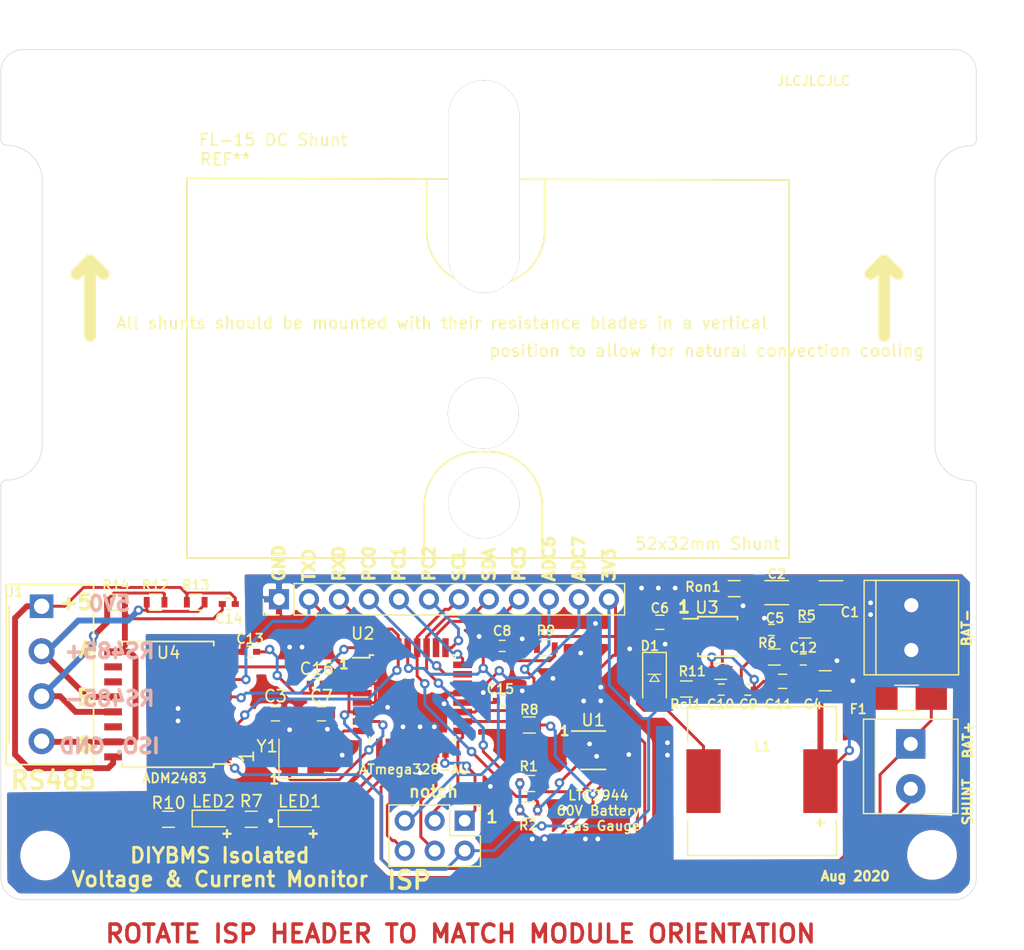
<source format=kicad_pcb>
(kicad_pcb (version 20171130) (host pcbnew "(5.1.5)-3")
  (layers (0 F.Cu signal) (31 B.Cu signal) (34 B.Paste user) (35 F.Paste user) (36 B.SilkS user) (37 F.SilkS user) (38 B.Mask user) (39 F.Mask user) (44 Edge.Cuts user))
  (net 0 "")
  (net 1 GND)
  (net 2 "Net-(SHUNT1-Pad2)")
  (net 3 +BATT)
  (net 4 "Net-(C3-Pad1)")
  (net 5 +3V3)
  (net 6 "Net-(C5-Pad2)")
  (net 7 "Net-(C6-Pad1)")
  (net 8 "Net-(C6-Pad2)")
  (net 9 "Net-(C7-Pad1)")
  (net 10 "Net-(C8-Pad1)")
  (net 11 "Net-(C10-Pad2)")
  (net 12 "Net-(C11-Pad1)")
  (net 13 "Net-(J1-Pad3)")
  (net 14 "Net-(J1-Pad2)")
  (net 15 SDA)
  (net 16 SCL)
  (net 17 "Net-(LED1-Pad1)")
  (net 18 "Net-(R8-Pad2)")
  (net 19 "Net-(LED2-Pad1)")
  (net 20 "Net-(LED2-Pad2)")
  (net 21 "Net-(LED1-Pad2)")
  (net 22 "Net-(J2-Pad4)")
  (net 23 "Net-(J2-Pad1)")
  (net 24 "Net-(J2-Pad3)")
  (net 25 RXD)
  (net 26 TXD)
  (net 27 TXDEN)
  (net 28 /PC0)
  (net 29 /PC1)
  (net 30 /PC2)
  (net 31 /PC3)
  (net 32 /ADC6)
  (net 33 /ADC7)
  (net 34 "Net-(C1-Pad1)")
  (net 35 "Net-(Rcl1-Pad1)")
  (net 36 "Net-(Ron1-Pad1)")
  (net 37 PV)
  (net 38 "Net-(C14-Pad2)")
  (net 39 ISOLATEDGND)
  (net 40 "Net-(C15-Pad1)")
  (module Diodes_SMD:D_SOD-123F (layer F.Cu) (at 122.8 85.55 270)
    (fp_text reference D1 (at -2.75 0.4 180) (layer F.SilkS) (effects (font (size 0.8 0.8))))
    (fp_text value "100V 1A SCHOTTKY DIODES (SBD)")
    (pad 1 smd rect (at -1.4 0 270) (size 1.1 1.1) (layers F.Cu F.Paste F.Mask) (net 8 "Net-(C6-Pad2)"))
    (pad 2 smd rect (at 1.4 0 270) (size 1.1 1.1) (layers F.Cu F.Paste F.Mask) (net 1 GND))
  )
  (module "diyBMS-CurrentShunt:FL-15 DC Shunt" (layer F.Cu) (at 73 30.8)
    (fp_text reference REF** (at 13.45 10.8) (layer F.SilkS))
    (fp_text value "FL-15 DC Shunt" (at 17.5 9.15) (layer F.SilkS))
    (fp_text user " position to allow for natural convection cooling" (at 53.85 27) (layer F.SilkS))
    (fp_text user "All shunts should be mounted with their resistance blades in a vertical" (at 31.8 24.65) (layer F.SilkS))
    (fp_text user "52x32mm Shunt" (at 54.3 43.35) (layer F.SilkS))
    (pad bolt thru_hole oval (at 35.35 13.1) (size 6 18) (drill oval 6 18) (layers *.Cu *.Mask))
    (pad bolt thru_hole oval (at 35.35 39.9) (size 6 6) (drill oval 6) (layers *.Cu *.Mask))
    (pad bolt thru_hole oval (at 35.3 32.3) (size 6 6) (drill oval 6) (layers *.Cu *.Mask))
  )
  (module LEDs:LED_0805 (layer F.Cu) (at 85.45 97.415)
    (fp_text reference LED2 (at 0 -1.45) (layer F.SilkS))
    (fp_text value GREEN)
    (pad 2 smd rect (at 1.1 0 180) (size 1.2 1.2) (layers F.Cu F.Paste F.Mask) (net 20 "Net-(LED2-Pad2)"))
    (pad 1 smd rect (at -1.1 0 180) (size 1.2 1.2) (layers F.Cu F.Paste F.Mask) (net 19 "Net-(LED2-Pad1)"))
  )
  (module LEDs:LED_0805 (layer F.Cu) (at 92.75 97.415)
    (fp_text reference LED1 (at 0 -1.45) (layer F.SilkS))
    (fp_text value BLUE)
    (pad 2 smd rect (at 1.1 0 180) (size 1.2 1.2) (layers F.Cu F.Paste F.Mask) (net 21 "Net-(LED1-Pad2)"))
    (pad 1 smd rect (at -1.1 0 180) (size 1.2 1.2) (layers F.Cu F.Paste F.Mask) (net 17 "Net-(LED1-Pad1)"))
  )
  (module Mounting_Holes:MountingHole_3.2mm_M3 (layer F.Cu) (at 71.1 73.45)
    (fp_text reference REF** hide)
    (fp_text value MountingHole_3.2mm_M3)
    (pad 1 np_thru_hole circle (at 0 0) (size 3.2 3.2) (drill 3.2) (layers *.Cu *.Mask))
  )
  (module Mounting_Holes:MountingHole_3.2mm_M3 (layer F.Cu) (at 146.25 73.5)
    (fp_text reference REF** hide)
    (fp_text value MountingHole_3.2mm_M3)
    (pad 1 np_thru_hole circle (at 0 0) (size 3.2 3.2) (drill 3.2) (layers *.Cu *.Mask))
  )
  (module Capacitors_SMD:C_0402 (layer F.Cu) (at 94.2 86)
    (fp_text reference C16 (at 0 -1.27) (layer F.SilkS))
    (fp_text value "MLCC 100NF 16V")
    (pad 1 smd rect (at -0.55 0) (size 0.6 0.5) (layers F.Cu F.Paste F.Mask) (net 5 +3V3))
    (pad 2 smd rect (at 0.55 0) (size 0.6 0.5) (layers F.Cu F.Paste F.Mask) (net 1 GND))
  )
  (module Capacitors_SMD:C_0402 (layer F.Cu) (at 109.95 87.45)
    (fp_text reference C15 (at -0.2 -1) (layer F.SilkS) (effects (font (size 0.8 0.8))))
    (fp_text value "MLCC 100NF 16V")
    (pad 1 smd rect (at -0.55 0) (size 0.6 0.5) (layers F.Cu F.Paste F.Mask) (net 40 "Net-(C15-Pad1)"))
    (pad 2 smd rect (at 0.55 0) (size 0.6 0.5) (layers F.Cu F.Paste F.Mask) (net 1 GND))
  )
  (module Capacitors_SMD:C_0402 (layer F.Cu) (at 86.75 79.25)
    (fp_text reference C14 (at 0 1.25) (layer F.SilkS) (effects (font (size 0.8 0.8))))
    (fp_text value "MLCC 100NF 16V")
    (pad 1 smd rect (at -0.55 0) (size 0.6 0.5) (layers F.Cu F.Paste F.Mask) (net 39 ISOLATEDGND))
    (pad 2 smd rect (at 0.55 0) (size 0.6 0.5) (layers F.Cu F.Paste F.Mask) (net 38 "Net-(C14-Pad2)"))
  )
  (module Capacitors_SMD:C_0402 (layer F.Cu) (at 88.55 83.3)
    (fp_text reference C13 (at 0 -1.1) (layer F.SilkS) (effects (font (size 0.8 0.8))))
    (fp_text value "MLCC 100NF 16V")
    (pad 1 smd rect (at -0.55 0) (size 0.6 0.5) (layers F.Cu F.Paste F.Mask) (net 1 GND))
    (pad 2 smd rect (at 0.55 0) (size 0.6 0.5) (layers F.Cu F.Paste F.Mask) (net 5 +3V3))
  )
  (module "LCSC parts:Terminal-Block_3.81_4P_LCSC_C395880" (layer F.Cu) (at 70.9 83.25 270)
    (fp_text reference J1 (at -5 2.25 180) (layer F.SilkS) (effects (font (size 0.8 0.8))))
    (fp_text value Screw_Terminal_01x04)
    (pad 4 thru_hole circle (at 7.62 0 270) (size 2.2 2.2) (drill 1.3) (layers *.Cu *.Mask) (net 39 ISOLATEDGND))
    (pad 3 thru_hole circle (at 3.81 0 270) (size 2.2 2.2) (drill 1.3) (layers *.Cu *.Mask) (net 13 "Net-(J1-Pad3)"))
    (pad 2 thru_hole circle (at 0 0 270) (size 2.2 2.2) (drill 1.3) (layers *.Cu *.Mask) (net 14 "Net-(J1-Pad2)"))
    (pad 1 thru_hole rect (at -3.81 0 270) (size 2 2) (drill 1.3) (layers *.Cu *.Mask) (net 38 "Net-(C14-Pad2)"))
  )
  (module Resistors_SMD:R_0603 (layer F.Cu) (at 129.55 77.95)
    (fp_text reference Ron1 (at -2.65 -0.15) (layer F.SilkS) (effects (font (size 0.8 0.8))))
    (fp_text value 330K)
    (pad 1 smd rect (at -0.75 0) (size 0.5 0.9) (layers F.Cu F.Paste F.Mask) (net 36 "Net-(Ron1-Pad1)"))
    (pad 2 smd rect (at 0.75 0) (size 0.5 0.9) (layers F.Cu F.Paste F.Mask) (net 34 "Net-(C1-Pad1)"))
  )
  (module Resistors_SMD:R_0603 (layer F.Cu) (at 125.5 86.45)
    (fp_text reference Rcl1 (at -0.05 1.3) (layer F.SilkS) (effects (font (size 0.8 0.8))))
    (fp_text value 240K)
    (pad 1 smd rect (at -0.75 0) (size 0.5 0.9) (layers F.Cu F.Paste F.Mask) (net 35 "Net-(Rcl1-Pad1)"))
    (pad 2 smd rect (at 0.75 0) (size 0.5 0.9) (layers F.Cu F.Paste F.Mask) (net 1 GND))
  )
  (module Resistors_SMD:R_0603 (layer F.Cu) (at 128.4 84.95)
    (fp_text reference R11 (at -2.4 0) (layer F.SilkS) (effects (font (size 0.8 0.8))))
    (fp_text value 110K)
    (pad 1 smd rect (at -0.75 0) (size 0.5 0.9) (layers F.Cu F.Paste F.Mask) (net 12 "Net-(C11-Pad1)"))
    (pad 2 smd rect (at 0.75 0) (size 0.5 0.9) (layers F.Cu F.Paste F.Mask) (net 8 "Net-(C6-Pad2)"))
  )
  (module Resistors_SMD:R_0603 (layer F.Cu) (at 81.65 97.48)
    (fp_text reference R10 (at 0 -1.385) (layer F.SilkS))
    (fp_text value 2K2)
    (pad 1 smd rect (at -0.75 0) (size 0.5 0.9) (layers F.Cu F.Paste F.Mask) (net 19 "Net-(LED2-Pad1)"))
    (pad 2 smd rect (at 0.75 0) (size 0.5 0.9) (layers F.Cu F.Paste F.Mask) (net 1 GND))
  )
  (module Resistors_SMD:R_0603 (layer F.Cu) (at 113.6 82.95)
    (fp_text reference R9 (at 0 -1.45) (layer F.SilkS) (effects (font (size 0.8 0.8))))
    (fp_text value 10K)
    (pad 1 smd rect (at -0.75 0) (size 0.5 0.9) (layers F.Cu F.Paste F.Mask) (net 5 +3V3))
    (pad 2 smd rect (at 0.75 0) (size 0.5 0.9) (layers F.Cu F.Paste F.Mask) (net 10 "Net-(C8-Pad1)"))
  )
  (module Resistors_SMD:R_0603 (layer F.Cu) (at 112.2 89.5)
    (fp_text reference R8 (at 0 -1.3) (layer F.SilkS) (effects (font (size 0.8 0.8))))
    (fp_text value 2K2)
    (pad 1 smd rect (at -0.75 0) (size 0.5 0.9) (layers F.Cu F.Paste F.Mask) (net 5 +3V3))
    (pad 2 smd rect (at 0.75 0) (size 0.5 0.9) (layers F.Cu F.Paste F.Mask) (net 18 "Net-(R8-Pad2)"))
  )
  (module Resistors_SMD:R_0603 (layer F.Cu) (at 88.65 97.48)
    (fp_text reference R7 (at 0 -1.535) (layer F.SilkS))
    (fp_text value 2K2)
    (pad 1 smd rect (at -0.75 0) (size 0.5 0.9) (layers F.Cu F.Paste F.Mask) (net 17 "Net-(LED1-Pad1)"))
    (pad 2 smd rect (at 0.75 0) (size 0.5 0.9) (layers F.Cu F.Paste F.Mask) (net 1 GND))
  )
  (module Resistors_SMD:R_0603 (layer F.Cu) (at 132.95 83.74)
    (fp_text reference R6 (at -0.6 -1.19) (layer F.SilkS) (effects (font (size 0.8 0.8))))
    (fp_text value 7K5)
    (pad 1 smd rect (at -0.75 0) (size 0.5 0.9) (layers F.Cu F.Paste F.Mask) (net 11 "Net-(C10-Pad2)"))
    (pad 2 smd rect (at 0.75 0) (size 0.5 0.9) (layers F.Cu F.Paste F.Mask) (net 1 GND))
  )
  (module Resistors_SMD:R_0603 (layer F.Cu) (at 135.55 81.45)
    (fp_text reference R5 (at 0.125 -1.225) (layer F.SilkS) (effects (font (size 0.8 0.8))))
    (fp_text value 2K4)
    (pad 1 smd rect (at -0.75 0) (size 0.5 0.9) (layers F.Cu F.Paste F.Mask) (net 5 +3V3))
    (pad 2 smd rect (at 0.75 0) (size 0.5 0.9) (layers F.Cu F.Paste F.Mask) (net 11 "Net-(C10-Pad2)"))
  )
  (module Resistors_SMD:R_0603 (layer F.Cu) (at 112.15 96.7)
    (fp_text reference R2 (at -0.05 1.3) (layer F.SilkS) (effects (font (size 0.8 0.8))))
    (fp_text value 2K2)
    (pad 1 smd rect (at -0.75 0) (size 0.5 0.9) (layers F.Cu F.Paste F.Mask) (net 5 +3V3))
    (pad 2 smd rect (at 0.75 0) (size 0.5 0.9) (layers F.Cu F.Paste F.Mask) (net 16 SCL))
  )
  (module Resistors_SMD:R_0603 (layer F.Cu) (at 112.15 94.45)
    (fp_text reference R1 (at 0 -1.45) (layer F.SilkS) (effects (font (size 0.8 0.8))))
    (fp_text value 2K2)
    (pad 1 smd rect (at -0.75 0) (size 0.5 0.9) (layers F.Cu F.Paste F.Mask) (net 5 +3V3))
    (pad 2 smd rect (at 0.75 0) (size 0.5 0.9) (layers F.Cu F.Paste F.Mask) (net 15 SDA))
  )
  (module Pin_Headers:Pin_Header_Straight_1x12_Pitch2.54mm (layer F.Cu) (at 91 78.85 90)
    (fp_text reference J3 hide)
    (fp_text value Conn_01x12_Female)
    (pad 1 thru_hole rect (at 0 0 90) (size 1.7 1.7) (drill 1) (layers *.Cu *.Mask) (net 1 GND))
    (pad 2 thru_hole oval (at 0 2.54 90) (size 1.7 1.7) (drill 1) (layers *.Cu *.Mask) (net 26 TXD))
    (pad 3 thru_hole oval (at 0 5.08 90) (size 1.7 1.7) (drill 1) (layers *.Cu *.Mask) (net 25 RXD))
    (pad 4 thru_hole oval (at 0 7.62 90) (size 1.7 1.7) (drill 1) (layers *.Cu *.Mask) (net 28 /PC0))
    (pad 5 thru_hole oval (at 0 10.16 90) (size 1.7 1.7) (drill 1) (layers *.Cu *.Mask) (net 29 /PC1))
    (pad 6 thru_hole oval (at 0 12.7 90) (size 1.7 1.7) (drill 1) (layers *.Cu *.Mask) (net 30 /PC2))
    (pad 7 thru_hole oval (at 0 15.24 90) (size 1.7 1.7) (drill 1) (layers *.Cu *.Mask) (net 16 SCL))
    (pad 8 thru_hole oval (at 0 17.78 90) (size 1.7 1.7) (drill 1) (layers *.Cu *.Mask) (net 15 SDA))
    (pad 9 thru_hole oval (at 0 20.32 90) (size 1.7 1.7) (drill 1) (layers *.Cu *.Mask) (net 31 /PC3))
    (pad 10 thru_hole oval (at 0 22.86 90) (size 1.7 1.7) (drill 1) (layers *.Cu *.Mask) (net 32 /ADC6))
    (pad 11 thru_hole oval (at 0 25.4 90) (size 1.7 1.7) (drill 1) (layers *.Cu *.Mask) (net 33 /ADC7))
    (pad 12 thru_hole oval (at 0 27.94 90) (size 1.7 1.7) (drill 1) (layers *.Cu *.Mask) (net 5 +3V3))
  )
  (module Capacitors_SMD:C_0402 (layer F.Cu) (at 135.4 83.95)
    (fp_text reference C12 (at 0 -1) (layer F.SilkS) (effects (font (size 0.8 0.8))))
    (fp_text value "MLCC 100NF 16V")
    (pad 1 smd rect (at -0.55 0) (size 0.6 0.5) (layers F.Cu F.Paste F.Mask) (net 11 "Net-(C10-Pad2)"))
    (pad 2 smd rect (at 0.55 0) (size 0.6 0.5) (layers F.Cu F.Paste F.Mask) (net 5 +3V3))
  )
  (module Capacitors_SMD:C_0603 (layer F.Cu) (at 133.65 85.8)
    (fp_text reference C11 (at -0.35 1.95) (layer F.SilkS) (effects (font (size 0.8 0.8))))
    (fp_text value "MLCC 2.2NF 50V")
    (pad 2 smd rect (at 0.75 0) (size 0.8 0.75) (layers F.Cu F.Paste F.Mask) (net 5 +3V3))
    (pad 1 smd rect (at -0.75 0) (size 0.8 0.75) (layers F.Cu F.Paste F.Mask) (net 12 "Net-(C11-Pad1)"))
  )
  (module Capacitors_SMD:C_0402 (layer F.Cu) (at 128.45 86.5)
    (fp_text reference C10 (at -0.05 1.25) (layer F.SilkS) (effects (font (size 0.8 0.8))))
    (fp_text value "MLCC 100NF 16V")
    (pad 1 smd rect (at -0.55 0) (size 0.6 0.5) (layers F.Cu F.Paste F.Mask) (net 1 GND))
    (pad 2 smd rect (at 0.55 0) (size 0.6 0.5) (layers F.Cu F.Paste F.Mask) (net 11 "Net-(C10-Pad2)"))
  )
  (module Capacitors_SMD:C_0402 (layer F.Cu) (at 130.7 86.5)
    (fp_text reference C9 (at 0.05 1.25) (layer F.SilkS) (effects (font (size 0.8 0.8))))
    (fp_text value "MLCC 100NF 16V")
    (pad 1 smd rect (at -0.55 0) (size 0.6 0.5) (layers F.Cu F.Paste F.Mask) (net 11 "Net-(C10-Pad2)"))
    (pad 2 smd rect (at 0.55 0) (size 0.6 0.5) (layers F.Cu F.Paste F.Mask) (net 12 "Net-(C11-Pad1)"))
  )
  (module Capacitors_SMD:C_0402 (layer F.Cu) (at 109.9 82.8)
    (fp_text reference C8 (at 0 -1.27) (layer F.SilkS) (effects (font (size 0.8 0.8))))
    (fp_text value "MLCC 100NF 16V")
    (pad 1 smd rect (at -0.55 0) (size 0.6 0.5) (layers F.Cu F.Paste F.Mask) (net 10 "Net-(C8-Pad1)"))
    (pad 2 smd rect (at 0.55 0) (size 0.6 0.5) (layers F.Cu F.Paste F.Mask) (net 1 GND))
  )
  (module Capacitors_SMD:C_0603 (layer F.Cu) (at 94.6 88.55)
    (fp_text reference C7 (at 0 -1.5) (layer F.SilkS))
    (fp_text value "MLCC 22PF 50V")
    (pad 2 smd rect (at 0.75 0) (size 0.8 0.75) (layers F.Cu F.Paste F.Mask) (net 1 GND))
    (pad 1 smd rect (at -0.75 0) (size 0.8 0.75) (layers F.Cu F.Paste F.Mask) (net 9 "Net-(C7-Pad1)"))
  )
  (module Capacitors_SMD:C_0603 (layer F.Cu) (at 123.25 80.8)
    (fp_text reference C6 (at 0 -1.2) (layer F.SilkS) (effects (font (size 0.8 0.8))))
    (fp_text value "MLCC 22NF 50V")
    (pad 2 smd rect (at 0.75 0) (size 0.8 0.75) (layers F.Cu F.Paste F.Mask) (net 8 "Net-(C6-Pad2)"))
    (pad 1 smd rect (at -0.75 0) (size 0.8 0.75) (layers F.Cu F.Paste F.Mask) (net 7 "Net-(C6-Pad1)"))
  )
  (module Capacitors_SMD:C_0402 (layer F.Cu) (at 132.7 81.45)
    (fp_text reference C5 (at 0.3 -1) (layer F.SilkS) (effects (font (size 0.8 0.8))))
    (fp_text value "MLCC 100NF 16V")
    (pad 1 smd rect (at -0.55 0) (size 0.6 0.5) (layers F.Cu F.Paste F.Mask) (net 1 GND))
    (pad 2 smd rect (at 0.55 0) (size 0.6 0.5) (layers F.Cu F.Paste F.Mask) (net 6 "Net-(C5-Pad2)"))
  )
  (module Capacitors_SMD:C_0805 (layer F.Cu) (at 137.25 85.75)
    (fp_text reference C4 (at -1.05 2) (layer F.SilkS) (effects (font (size 0.8 0.8))))
    (fp_text value "MLCC 22UF 25V")
    (pad 1 smd rect (at -1 0) (size 1 1.25) (layers F.Cu F.Paste F.Mask) (net 5 +3V3))
    (pad 2 smd rect (at 1 0) (size 1 1.25) (layers F.Cu F.Paste F.Mask) (net 1 GND))
  )
  (module Capacitors_SMD:C_0603 (layer F.Cu) (at 90.7 88.55)
    (fp_text reference C3 (at 0 -1.5) (layer F.SilkS))
    (fp_text value "MLCC 22PF 50V")
    (pad 2 smd rect (at 0.75 0) (size 0.8 0.75) (layers F.Cu F.Paste F.Mask) (net 1 GND))
    (pad 1 smd rect (at -0.75 0) (size 0.8 0.75) (layers F.Cu F.Paste F.Mask) (net 4 "Net-(C3-Pad1)"))
  )
  (module Capacitors_SMD:C_1206 (layer F.Cu) (at 137.75 78.3)
    (fp_text reference C1 (at 1.6 1.65) (layer F.SilkS) (effects (font (size 0.8 0.8))))
    (fp_text value "1µF, 100V, X7R")
    (pad 1 smd rect (at -1.5 0) (size 1 1.6) (layers F.Cu F.Paste F.Mask) (net 34 "Net-(C1-Pad1)"))
    (pad 2 smd rect (at 1.5 0) (size 1 1.6) (layers F.Cu F.Paste F.Mask) (net 1 GND))
  )
  (module Mounting_Holes:MountingHole_3.2mm_M3 (layer F.Cu) (at 146.3 100.5)
    (fp_text reference REF** hide)
    (fp_text value MountingHole_3.2mm_M3)
    (pad 1 np_thru_hole circle (at 0 0) (size 3.2 3.2) (drill 3.2) (layers *.Cu *.Mask))
  )
  (module Mounting_Holes:MountingHole_3.2mm_M3 (layer F.Cu) (at 71.2 100.55)
    (fp_text reference REF** hide)
    (fp_text value MountingHole_3.2mm_M3)
    (pad 1 np_thru_hole circle (at 0 0) (size 3.2 3.2) (drill 3.2) (layers *.Cu *.Mask))
  )
  (module Mounting_Holes:MountingHole_3.2mm_M3 (layer F.Cu) (at 146.3 36.05)
    (fp_text reference REF** hide)
    (fp_text value MountingHole_3.2mm_M3)
    (pad 1 np_thru_hole circle (at 0 0) (size 3.2 3.2) (drill 3.2) (layers *.Cu *.Mask))
  )
  (module Mounting_Holes:MountingHole_3.2mm_M3 (layer F.Cu) (at 71.15 36)
    (fp_text reference REF** hide)
    (fp_text value MountingHole_3.2mm_M3)
    (pad 1 np_thru_hole circle (at 0 0) (size 3.2 3.2) (drill 3.2) (layers *.Cu *.Mask))
  )
  (module Fuse_Holders_and_Fuses:Fuse_SMD1206_HandSoldering (layer F.Cu) (at 144.15 87.2 180)
    (fp_text reference F1 (at 4.1 -0.95) (layer F.SilkS) (effects (font (size 0.8 0.8))))
    (fp_text value "Fuse 60V 0.1A hold")
    (pad 1 smd rect (at -2.09 0 270) (size 2.03 2.65) (layers F.Cu F.Paste F.Mask) (net 3 +BATT))
    (pad 2 smd rect (at 2.09 0 270) (size 2.03 2.65) (layers F.Cu F.Paste F.Mask) (net 34 "Net-(C1-Pad1)"))
  )
  (module Housings_SSOP:MSOP-8_3x3mm_Pitch0.65mm (layer F.Cu) (at 128.15 82)
    (fp_text reference U3 (at -0.9 -2.45) (layer F.SilkS))
    (fp_text value LM5009MM)
    (pad 1 smd rect (at -2.2 -0.975) (size 1.45 0.45) (layers F.Cu F.Paste F.Mask) (net 8 "Net-(C6-Pad2)"))
    (pad 2 smd rect (at -2.2 -0.325) (size 1.45 0.45) (layers F.Cu F.Paste F.Mask) (net 7 "Net-(C6-Pad1)"))
    (pad 3 smd rect (at -2.2 0.325) (size 1.45 0.45) (layers F.Cu F.Paste F.Mask) (net 35 "Net-(Rcl1-Pad1)"))
    (pad 4 smd rect (at -2.2 0.975) (size 1.45 0.45) (layers F.Cu F.Paste F.Mask) (net 1 GND))
    (pad 5 smd rect (at 2.2 0.975) (size 1.45 0.45) (layers F.Cu F.Paste F.Mask) (net 11 "Net-(C10-Pad2)"))
    (pad 6 smd rect (at 2.2 0.325) (size 1.45 0.45) (layers F.Cu F.Paste F.Mask) (net 36 "Net-(Ron1-Pad1)"))
    (pad 7 smd rect (at 2.2 -0.325) (size 1.45 0.45) (layers F.Cu F.Paste F.Mask) (net 6 "Net-(C5-Pad2)"))
    (pad 8 smd rect (at 2.2 -0.975) (size 1.45 0.45) (layers F.Cu F.Paste F.Mask) (net 34 "Net-(C1-Pad1)"))
  )
  (module Housings_SOIC:SOIC-16W_7.5x10.3mm_Pitch1.27mm (layer F.Cu) (at 81.6 87.75 180)
    (fp_text reference U4 (at -0.05 4.375) (layer F.SilkS))
    (fp_text value ADM2483BRWZ-REEL)
    (pad 1 smd rect (at -4.65 -4.445 180) (size 1.5 0.6) (layers F.Cu F.Paste F.Mask) (net 5 +3V3))
    (pad 2 smd rect (at -4.65 -3.175 180) (size 1.5 0.6) (layers F.Cu F.Paste F.Mask) (net 1 GND))
    (pad 3 smd rect (at -4.65 -1.905 180) (size 1.5 0.6) (layers F.Cu F.Paste F.Mask) (net 25 RXD))
    (pad 4 smd rect (at -4.65 -0.635 180) (size 1.5 0.6) (layers F.Cu F.Paste F.Mask) (net 27 TXDEN))
    (pad 5 smd rect (at -4.65 0.635 180) (size 1.5 0.6) (layers F.Cu F.Paste F.Mask) (net 27 TXDEN))
    (pad 6 smd rect (at -4.65 1.905 180) (size 1.5 0.6) (layers F.Cu F.Paste F.Mask) (net 26 TXD))
    (pad 7 smd rect (at -4.65 3.175 180) (size 1.5 0.6) (layers F.Cu F.Paste F.Mask) (net 37 PV))
    (pad 8 smd rect (at -4.65 4.445 180) (size 1.5 0.6) (layers F.Cu F.Paste F.Mask) (net 1 GND))
    (pad 9 smd rect (at 4.65 4.445 180) (size 1.5 0.6) (layers F.Cu F.Paste F.Mask) (net 39 ISOLATEDGND))
    (pad 10 smd rect (at 4.65 3.175 180) (size 1.5 0.6) (layers F.Cu F.Paste F.Mask))
    (pad 11 smd rect (at 4.65 1.905 180) (size 1.5 0.6) (layers F.Cu F.Paste F.Mask))
    (pad 12 smd rect (at 4.65 0.635 180) (size 1.5 0.6) (layers F.Cu F.Paste F.Mask) (net 14 "Net-(J1-Pad2)"))
    (pad 13 smd rect (at 4.65 -0.635 180) (size 1.5 0.6) (layers F.Cu F.Paste F.Mask) (net 13 "Net-(J1-Pad3)"))
    (pad 14 smd rect (at 4.65 -1.905 180) (size 1.5 0.6) (layers F.Cu F.Paste F.Mask))
    (pad 15 smd rect (at 4.65 -3.175 180) (size 1.5 0.6) (layers F.Cu F.Paste F.Mask) (net 39 ISOLATEDGND))
    (pad 16 smd rect (at 4.65 -4.445 180) (size 1.5 0.6) (layers F.Cu F.Paste F.Mask) (net 38 "Net-(C14-Pad2)"))
  )
  (module Pin_Headers:Pin_Header_Straight_2x03_Pitch2.54mm (layer F.Cu) (at 106.725 97.6 270)
    (fp_text reference J2 hide)
    (fp_text value AVR-ISP-6)
    (pad 1 thru_hole rect (at 0 0 270) (size 1.7 1.7) (drill 1) (layers *.Cu *.Mask) (net 23 "Net-(J2-Pad1)"))
    (pad 2 thru_hole oval (at 2.54 0 270) (size 1.7 1.7) (drill 1) (layers *.Cu *.Mask) (net 5 +3V3))
    (pad 3 thru_hole oval (at 0 2.54 270) (size 1.7 1.7) (drill 1) (layers *.Cu *.Mask) (net 24 "Net-(J2-Pad3)"))
    (pad 4 thru_hole oval (at 2.54 2.54 270) (size 1.7 1.7) (drill 1) (layers *.Cu *.Mask) (net 22 "Net-(J2-Pad4)"))
    (pad 5 thru_hole oval (at 0 5.08 270) (size 1.7 1.7) (drill 1) (layers *.Cu *.Mask) (net 10 "Net-(C8-Pad1)"))
    (pad 6 thru_hole oval (at 2.54 5.08 270) (size 1.7 1.7) (drill 1) (layers *.Cu *.Mask) (net 1 GND))
  )
  (module Crystals:Crystal_SMD_3225-4pin_3.2x2.5mm (layer F.Cu) (at 93 92.35)
    (fp_text reference Y1 (at -3 -1.05) (layer F.SilkS))
    (fp_text value 12Mhz)
    (pad 1 smd rect (at -1.1 0.85) (size 1.4 1.2) (layers F.Cu F.Paste F.Mask) (net 4 "Net-(C3-Pad1)"))
    (pad 2 smd rect (at 1.1 0.85) (size 1.4 1.2) (layers F.Cu F.Paste F.Mask) (net 1 GND))
    (pad 3 smd rect (at 1.1 -0.85) (size 1.4 1.2) (layers F.Cu F.Paste F.Mask) (net 9 "Net-(C7-Pad1)"))
    (pad 4 smd rect (at -1.1 -0.85) (size 1.4 1.2) (layers F.Cu F.Paste F.Mask) (net 1 GND))
  )
  (module Housings_QFP:TQFP-32_7x7mm_Pitch0.8mm (layer F.Cu) (at 102.3 87.2)
    (fp_text reference U2 (at -4.2 -5.45) (layer F.SilkS))
    (fp_text value ATmega328-AU)
    (pad 1 smd rect (at -4.25 -2.8) (size 1.6 0.55) (layers F.Cu F.Paste F.Mask))
    (pad 2 smd rect (at -4.25 -2) (size 1.6 0.55) (layers F.Cu F.Paste F.Mask) (net 37 PV))
    (pad 3 smd rect (at -4.25 -1.2) (size 1.6 0.55) (layers F.Cu F.Paste F.Mask) (net 1 GND))
    (pad 4 smd rect (at -4.25 -0.4) (size 1.6 0.55) (layers F.Cu F.Paste F.Mask) (net 5 +3V3))
    (pad 5 smd rect (at -4.25 0.4) (size 1.6 0.55) (layers F.Cu F.Paste F.Mask) (net 1 GND))
    (pad 6 smd rect (at -4.25 1.2) (size 1.6 0.55) (layers F.Cu F.Paste F.Mask) (net 5 +3V3))
    (pad 7 smd rect (at -4.25 2) (size 1.6 0.55) (layers F.Cu F.Paste F.Mask) (net 4 "Net-(C3-Pad1)"))
    (pad 8 smd rect (at -4.25 2.8) (size 1.6 0.55) (layers F.Cu F.Paste F.Mask) (net 9 "Net-(C7-Pad1)"))
    (pad 9 smd rect (at -2.8 4.25 90) (size 1.6 0.55) (layers F.Cu F.Paste F.Mask))
    (pad 10 smd rect (at -2 4.25 90) (size 1.6 0.55) (layers F.Cu F.Paste F.Mask) (net 20 "Net-(LED2-Pad2)"))
    (pad 11 smd rect (at -1.2 4.25 90) (size 1.6 0.55) (layers F.Cu F.Paste F.Mask) (net 21 "Net-(LED1-Pad2)"))
    (pad 12 smd rect (at -0.4 4.25 90) (size 1.6 0.55) (layers F.Cu F.Paste F.Mask) (net 18 "Net-(R8-Pad2)"))
    (pad 13 smd rect (at 0.4 4.25 90) (size 1.6 0.55) (layers F.Cu F.Paste F.Mask))
    (pad 14 smd rect (at 1.2 4.25 90) (size 1.6 0.55) (layers F.Cu F.Paste F.Mask))
    (pad 15 smd rect (at 2 4.25 90) (size 1.6 0.55) (layers F.Cu F.Paste F.Mask) (net 22 "Net-(J2-Pad4)"))
    (pad 16 smd rect (at 2.8 4.25 90) (size 1.6 0.55) (layers F.Cu F.Paste F.Mask) (net 23 "Net-(J2-Pad1)"))
    (pad 17 smd rect (at 4.25 2.8) (size 1.6 0.55) (layers F.Cu F.Paste F.Mask) (net 24 "Net-(J2-Pad3)"))
    (pad 18 smd rect (at 4.25 2) (size 1.6 0.55) (layers F.Cu F.Paste F.Mask) (net 5 +3V3))
    (pad 19 smd rect (at 4.25 1.2) (size 1.6 0.55) (layers F.Cu F.Paste F.Mask) (net 32 /ADC6))
    (pad 20 smd rect (at 4.25 0.4) (size 1.6 0.55) (layers F.Cu F.Paste F.Mask) (net 40 "Net-(C15-Pad1)"))
    (pad 21 smd rect (at 4.25 -0.4) (size 1.6 0.55) (layers F.Cu F.Paste F.Mask) (net 1 GND))
    (pad 22 smd rect (at 4.25 -1.2) (size 1.6 0.55) (layers F.Cu F.Paste F.Mask) (net 33 /ADC7))
    (pad 23 smd rect (at 4.25 -2) (size 1.6 0.55) (layers F.Cu F.Paste F.Mask) (net 28 /PC0))
    (pad 24 smd rect (at 4.25 -2.8) (size 1.6 0.55) (layers F.Cu F.Paste F.Mask) (net 29 /PC1))
    (pad 25 smd rect (at 2.8 -4.25 90) (size 1.6 0.55) (layers F.Cu F.Paste F.Mask) (net 30 /PC2))
    (pad 26 smd rect (at 2 -4.25 90) (size 1.6 0.55) (layers F.Cu F.Paste F.Mask) (net 31 /PC3))
    (pad 27 smd rect (at 1.2 -4.25 90) (size 1.6 0.55) (layers F.Cu F.Paste F.Mask) (net 15 SDA))
    (pad 28 smd rect (at 0.4 -4.25 90) (size 1.6 0.55) (layers F.Cu F.Paste F.Mask) (net 16 SCL))
    (pad 29 smd rect (at -0.4 -4.25 90) (size 1.6 0.55) (layers F.Cu F.Paste F.Mask) (net 10 "Net-(C8-Pad1)"))
    (pad 30 smd rect (at -1.2 -4.25 90) (size 1.6 0.55) (layers F.Cu F.Paste F.Mask) (net 25 RXD))
    (pad 31 smd rect (at -2 -4.25 90) (size 1.6 0.55) (layers F.Cu F.Paste F.Mask) (net 26 TXD))
    (pad 32 smd rect (at -2.8 -4.25 90) (size 1.6 0.55) (layers F.Cu F.Paste F.Mask) (net 27 TXDEN))
  )
  (module Resistors_SMD:R_0603 (layer F.Cu) (at 77.2 79.1)
    (fp_text reference R14 (at 0 -1.45) (layer F.SilkS) (effects (font (size 0.8 0.8))))
    (fp_text value 33K)
    (pad 1 smd rect (at -0.75 0) (size 0.5 0.9) (layers F.Cu F.Paste F.Mask) (net 13 "Net-(J1-Pad3)"))
    (pad 2 smd rect (at 0.75 0) (size 0.5 0.9) (layers F.Cu F.Paste F.Mask) (net 39 ISOLATEDGND))
  )
  (module Resistors_SMD:R_0603 (layer F.Cu) (at 83.95 79.1)
    (fp_text reference R13 (at 0 -1.45) (layer F.SilkS) (effects (font (size 0.8 0.8))))
    (fp_text value 33K)
    (pad 1 smd rect (at -0.75 0) (size 0.5 0.9) (layers F.Cu F.Paste F.Mask) (net 38 "Net-(C14-Pad2)"))
    (pad 2 smd rect (at 0.75 0) (size 0.5 0.9) (layers F.Cu F.Paste F.Mask) (net 14 "Net-(J1-Pad2)"))
  )
  (module Resistors_SMD:R_0603 (layer F.Cu) (at 80.55 79.1)
    (fp_text reference R12 (at 0 -1.45) (layer F.SilkS) (effects (font (size 0.8 0.8))))
    (fp_text value 120R)
    (pad 1 smd rect (at -0.75 0) (size 0.5 0.9) (layers F.Cu F.Paste F.Mask) (net 14 "Net-(J1-Pad2)"))
    (pad 2 smd rect (at 0.75 0) (size 0.5 0.9) (layers F.Cu F.Paste F.Mask) (net 13 "Net-(J1-Pad3)"))
  )
  (module Capacitors_SMD:C_1206 (layer F.Cu) (at 133.15 78.29)
    (fp_text reference C2 (at 0 -1.59) (layer F.SilkS) (effects (font (size 0.8 0.8))))
    (fp_text value "0.1µF, 100V, X7R")
    (pad 1 smd rect (at -1.5 0) (size 1 1.6) (layers F.Cu F.Paste F.Mask) (net 34 "Net-(C1-Pad1)"))
    (pad 2 smd rect (at 1.5 0) (size 1 1.6) (layers F.Cu F.Paste F.Mask) (net 1 GND))
  )
  (module Housings_DFN_QFN:DFN-8-1EP_3x3mm_Pitch0.5mm (layer F.Cu) (at 117.605 91.635)
    (fp_text reference U1 (at 0 -2.55) (layer F.SilkS))
    (fp_text value LTC2944CDD-PBF)
    (pad 1 smd rect (at -1.4 -0.75) (size 0.7 0.25) (layers F.Cu F.Paste F.Mask) (net 3 +BATT))
    (pad 2 smd rect (at -1.4 -0.25) (size 0.7 0.25) (layers F.Cu F.Paste F.Mask) (net 1 GND))
    (pad 3 smd rect (at -1.4 0.25) (size 0.7 0.25) (layers F.Cu F.Paste F.Mask) (net 1 GND))
    (pad 4 smd rect (at -1.4 0.75) (size 0.7 0.25) (layers F.Cu F.Paste F.Mask) (net 16 SCL))
    (pad 5 smd rect (at 1.4 0.75) (size 0.7 0.25) (layers F.Cu F.Paste F.Mask) (net 15 SDA))
    (pad 6 smd rect (at 1.4 0.25) (size 0.7 0.25) (layers F.Cu F.Paste F.Mask) (net 18 "Net-(R8-Pad2)"))
    (pad 7 smd rect (at 1.4 -0.25) (size 0.7 0.25) (layers F.Cu F.Paste F.Mask) (net 1 GND))
    (pad 8 smd rect (at 1.4 -0.75) (size 0.7 0.25) (layers F.Cu F.Paste F.Mask) (net 2 "Net-(SHUNT1-Pad2)"))
    (pad 9 smd rect (at 0.415 0.595) (size 0.83 1.19) (layers F.Cu F.Paste F.Mask) (net 1 GND))
    (pad 9 smd rect (at 0.415 -0.595) (size 0.83 1.19) (layers F.Cu F.Paste F.Mask) (net 1 GND))
    (pad 9 smd rect (at -0.415 0.595) (size 0.83 1.19) (layers F.Cu F.Paste F.Mask) (net 1 GND))
    (pad 9 smd rect (at -0.415 -0.595) (size 0.83 1.19) (layers F.Cu F.Paste F.Mask) (net 1 GND))
  )
  (module "LCSC parts:Terminal-Block_3.81_2P-LCSC_C395878" (layer F.Cu) (at 144.5 93 270)
    (fp_text reference SHUNT1 hide)
    (fp_text value Screw_Terminal_01x02)
    (pad 2 thru_hole circle (at 1.9 0 270) (size 2.5 2.5) (drill 1.2) (layers *.Cu *.Mask) (net 2 "Net-(SHUNT1-Pad2)"))
    (pad 1 thru_hole rect (at -1.9 0 270) (size 2.5 2.5) (drill 1.2) (layers *.Cu *.Mask) (net 3 +BATT))
  )
  (module Inductors_SMD:L_12x12mm_h8mm (layer F.Cu) (at 131.9 94.25)
    (fp_text reference L1 (at 0.05 -2.95) (layer F.SilkS) (effects (font (size 0.8 0.8))))
    (fp_text value 220uh)
    (pad 1 smd rect (at -4.95 0) (size 2.9 5.4) (layers F.Cu F.Paste F.Mask) (net 8 "Net-(C6-Pad2)"))
    (pad 2 smd rect (at 4.95 0) (size 2.9 5.4) (layers F.Cu F.Paste F.Mask) (net 5 +3V3))
  )
  (module "LCSC parts:Terminal-Block_3.81_2P-LCSC_C395878" (layer F.Cu) (at 144.55 81.25 270)
    (fp_text reference NEGATIVE hide)
    (fp_text value Screw_Terminal_01x02)
    (pad 2 thru_hole circle (at 1.9 0 270) (size 3.5 3.5) (drill 1.2) (layers *.Cu *.Mask) (net 1 GND))
    (pad 1 thru_hole rect (at -1.9 0 270) (size 3 3) (drill 1.2) (layers *.Cu *.Mask) (net 1 GND))
  )
  (gr_text JLCJLCJLC (at 136.284 34.958) (layer F.SilkS) (effects (font (size 0.8 0.8))))
  (gr_text notch (at 104.09 95.13) (layer F.SilkS) (effects (font (size 1 1) (thickness 0.2))))
  (gr_text BAT- (at 149.24 81.27 90) (layer F.SilkS) (effects (font (size 0.8 0.8) (thickness 0.2))))
  (gr_text SHUNT (at 149.31 96.02 90) (layer F.SilkS) (effects (font (size 0.8 0.8) (thickness 0.2))))
  (gr_text "ROTATE ISP HEADER TO MATCH MODULE ORIENTATION" (at 106.375 107.175) (layer F.Cu) (effects (font (size 1.5 1.5) (thickness 0.3))))
  (gr_text BAT+ (at 149.34 90.77 90) (layer F.SilkS) (effects (font (size 0.8 0.8) (thickness 0.2))))
  (gr_text ADM2483 (at 82.15 94) (layer F.SilkS) (effects (font (size 0.8 0.8))))
  (gr_text ATmega328-AU (at 102.45 93.25) (layer F.SilkS) (effects (font (size 0.8 0.8))))
  (gr_text "+5\n\nA\n\nB\n\nG" (at 75.35 85.15) (layer F.SilkS) (effects (font (size 1.25 1.25) (thickness 0.3)) (justify right)))
  (gr_text "LTC2944 \n60V Battery \nGas Gauge" (at 118.35 96.75) (layer F.SilkS) (effects (font (size 0.8 0.8))))
  (gr_arc (start 148.2 102.45) (end 148.2 104.3) (angle -90) (layer Edge.Cuts) (width 0.05))
  (gr_arc (start 69.3 102.45) (end 67.45 102.45) (angle -90) (layer Edge.Cuts) (width 0.05))
  (gr_arc (start 69.3 34.15) (end 69.3 32.3) (angle -90) (layer Edge.Cuts) (width 0.05))
  (gr_arc (start 148.2 34.15) (end 150.05 34.15) (angle -90) (layer Edge.Cuts) (width 0.05))
  (gr_line (start 67.45 39.9) (end 67.45 34.15) (layer Edge.Cuts) (width 0.05))
  (gr_arc (start 67.95 65.75) (end 67.95 68.75) (angle -90) (layer Edge.Cuts) (width 0.05))
  (gr_arc (start 67.95 43.4) (end 70.95 43.4) (angle -90) (layer Edge.Cuts) (width 0.05))
  (gr_arc (start 67.95 39.9) (end 67.45 39.9) (angle -90) (layer Edge.Cuts) (width 0.05))
  (gr_line (start 70.95 43.4) (end 70.95 65.75) (layer Edge.Cuts) (width 0.05))
  (gr_arc (start 67.95 69.25) (end 67.95 68.75) (angle -90) (layer Edge.Cuts) (width 0.05))
  (gr_arc (start 149.55 39.95) (end 149.55 40.45) (angle -90) (layer Edge.Cuts) (width 0.05))
  (gr_arc (start 149.55 69.3) (end 150.05 69.3) (angle -90) (layer Edge.Cuts) (width 0.05))
  (gr_line (start 150.05 39.95) (end 150.05 34.15) (layer Edge.Cuts) (width 0.05))
  (gr_line (start 146.55 65.8) (end 146.55 43.45) (layer Edge.Cuts) (width 0.05))
  (gr_arc (start 149.55 43.45) (end 149.55 40.45) (angle -90) (layer Edge.Cuts) (width 0.05))
  (gr_arc (start 149.55 65.8) (end 146.55 65.8) (angle -90) (layer Edge.Cuts) (width 0.05))
  (gr_text + (at 136.825 97.7) (layer F.SilkS) (effects (font (size 0.8 0.8) (thickness 0.2))))
  (gr_text + (at 86.6 98.65) (layer F.SilkS) (effects (font (size 0.8 0.8) (thickness 0.2))))
  (gr_text + (at 93.9 98.65) (layer F.SilkS) (effects (font (size 0.8 0.8) (thickness 0.2))))
  (gr_text 1 (at 90.6 94.1) (layer F.SilkS) (effects (font (size 0.8 0.8) (thickness 0.2))))
  (gr_text "Aug 2020" (at 139.8 102.3) (layer F.SilkS) (effects (font (size 0.8 0.8) (thickness 0.2))))
  (gr_text ADC7 (at 116.40909 75.4 90) (layer F.SilkS) (effects (font (size 1 1) (thickness 0.25))))
  (gr_text ADC6 (at 113.868181 75.4 90) (layer F.SilkS) (effects (font (size 1 1) (thickness 0.25))))
  (gr_text PC3 (at 111.327272 75.828572 90) (layer F.SilkS) (effects (font (size 1 1) (thickness 0.25))))
  (gr_text SDA (at 108.786363 75.9 90) (layer F.SilkS) (effects (font (size 1 1) (thickness 0.25))))
  (gr_text SCL (at 106.245454 75.92381 90) (layer F.SilkS) (effects (font (size 1 1) (thickness 0.25))))
  (gr_text PC2 (at 103.704545 75.828572 90) (layer F.SilkS) (effects (font (size 1 1) (thickness 0.25))))
  (gr_text PC1 (at 101.163636 75.828572 90) (layer F.SilkS) (effects (font (size 1 1) (thickness 0.25))))
  (gr_text PC0 (at 98.622727 75.828572 90) (layer F.SilkS) (effects (font (size 1 1) (thickness 0.25))))
  (gr_text RXD (at 96.081818 75.828572 90) (layer F.SilkS) (effects (font (size 1 1) (thickness 0.25))))
  (gr_text TXD (at 93.540909 75.947619 90) (layer F.SilkS) (effects (font (size 1 1) (thickness 0.25))))
  (gr_text GND (at 91 75.780953 90) (layer F.SilkS) (effects (font (size 1 1) (thickness 0.25))))
  (gr_text 3V3 (at 118.95 75.92381 90) (layer F.SilkS) (effects (font (size 1 1) (thickness 0.25))))
  (gr_text 1 (at 109.05 97.28) (layer F.SilkS) (effects (font (size 1 1) (thickness 0.2))))
  (gr_text ISP (at 102.025 102.65) (layer F.SilkS) (effects (font (size 1.5 1.5) (thickness 0.3))))
  (gr_text "DIYBMS Isolated\nVoltage & Current Monitor" (at 85.992 101.55) (layer F.SilkS) (effects (font (size 1.25 1.25) (thickness 0.25))))
  (gr_text "5V0\n\nRS485+\n\nRS485-\n\nISO. GND" (at 76.65 85.25) (layer B.SilkS) (effects (font (size 1.25 1.25) (thickness 0.3)) (justify mirror)))
  (gr_text 1 (at 125.3 79.5) (layer F.SilkS) (effects (font (size 1 1) (thickness 0.25))))
  (gr_text 1 (at 115.2 90) (layer F.SilkS) (effects (font (size 0.8 0.8) (thickness 0.2))))
  (gr_text 1 (at 96.5 84.35) (layer F.SilkS) (effects (font (size 0.8 0.8) (thickness 0.2))))
  (gr_text 1 (at 88.275 92.15 90) (layer F.SilkS) (effects (font (size 1.2 1.2))))
  (gr_text RS485 (at 71.9 94.2) (layer F.SilkS) (effects (font (size 1.5 1.5) (thickness 0.3))))
  (gr_line (start 69.3 32.3) (end 148.2 32.3) (layer Edge.Cuts) (width 0.05))
  (gr_line (start 67.45 102.45) (end 67.45 69.25) (layer Edge.Cuts) (width 0.05))
  (gr_line (start 148.2 104.3) (end 69.3 104.3) (layer Edge.Cuts) (width 0.05))
  (gr_line (start 150.05 69.3) (end 150.05 102.45) (layer Edge.Cuts) (width 0.05))
  (via (at 117.9 92.15) (size 0.8) (drill 0.4) (layers F.Cu B.Cu) (net 1))
  (via (at 117.3 91.1) (size 0.8) (drill 0.4) (layers F.Cu B.Cu) (net 1))
  (segment (start 116.205 91.385) (end 116.205 91.885) (width 0.25) (layer F.Cu) (net 1))
  (segment (start 117.19 91.04) (end 118.02 91.04) (width 0.25) (layer F.Cu) (net 1))
  (segment (start 118.02 92.23) (end 117.19 92.23) (width 0.25) (layer F.Cu) (net 1))
  (segment (start 117.19 91.21) (end 117.3 91.1) (width 0.25) (layer F.Cu) (net 1))
  (segment (start 117.19 92.23) (end 117.19 91.21) (width 0.25) (layer F.Cu) (net 1))
  (segment (start 118.02 92.03) (end 117.9 92.15) (width 0.25) (layer F.Cu) (net 1))
  (segment (start 118.02 91.04) (end 118.02 92.03) (width 0.25) (layer F.Cu) (net 1))
  (segment (start 116.845 91.385) (end 117.19 91.04) (width 0.25) (layer F.Cu) (net 1))
  (segment (start 116.205 91.385) (end 116.845 91.385) (width 0.25) (layer F.Cu) (net 1))
  (segment (start 118.405 91.385) (end 119.005 91.385) (width 0.25) (layer F.Cu) (net 1))
  (segment (start 118.02 91.77) (end 118.405 91.385) (width 0.25) (layer F.Cu) (net 1))
  (segment (start 118.02 92.23) (end 118.02 91.77) (width 0.25) (layer F.Cu) (net 1))
  (via (at 139.6 85.75) (size 0.8) (drill 0.4) (layers F.Cu B.Cu) (net 1))
  (via (at 141.1 80.15) (size 0.8) (drill 0.4) (layers F.Cu B.Cu) (net 1))
  (via (at 141.1 79.15) (size 0.8) (drill 0.4) (layers F.Cu B.Cu) (net 1))
  (via (at 130.3 79.4) (size 0.8) (drill 0.4) (layers F.Cu B.Cu) (net 1))
  (segment (start 99.1 86) (end 98.05 86) (width 0.25) (layer F.Cu) (net 1))
  (segment (start 99.175001 86.075001) (end 99.1 86) (width 0.25) (layer F.Cu) (net 1))
  (segment (start 99.175001 87.524999) (end 99.175001 86.075001) (width 0.25) (layer F.Cu) (net 1))
  (segment (start 99.1 87.6) (end 99.175001 87.524999) (width 0.25) (layer F.Cu) (net 1))
  (segment (start 98.05 87.6) (end 99.1 87.6) (width 0.25) (layer F.Cu) (net 1))
  (segment (start 91.9 89) (end 91.45 88.55) (width 0.25) (layer F.Cu) (net 1))
  (segment (start 91.9 91.5) (end 91.9 89.9) (width 0.25) (layer F.Cu) (net 1))
  (via (at 111.6 82.2) (size 0.8) (drill 0.4) (layers F.Cu B.Cu) (net 1))
  (segment (start 111 82.8) (end 111.6 82.2) (width 0.25) (layer F.Cu) (net 1))
  (segment (start 110.45 82.8) (end 111 82.8) (width 0.25) (layer F.Cu) (net 1))
  (segment (start 87.995 83.305) (end 88 83.3) (width 0.25) (layer F.Cu) (net 1))
  (segment (start 86.25 83.305) (end 87.995 83.305) (width 0.25) (layer F.Cu) (net 1))
  (via (at 100.2 88) (size 0.8) (drill 0.4) (layers F.Cu B.Cu) (net 1))
  (via (at 95.1 89.85) (size 0.8) (drill 0.4) (layers F.Cu B.Cu) (net 1))
  (via (at 96.35 92.05) (size 0.8) (drill 0.4) (layers F.Cu B.Cu) (net 1))
  (segment (start 91.9 89.9) (end 91.9 89) (width 0.25) (layer F.Cu) (net 1))
  (via (at 91.9 89.9) (size 0.8) (drill 0.4) (layers F.Cu B.Cu) (net 1))
  (via (at 82.45 88.1) (size 0.8) (drill 0.4) (layers F.Cu B.Cu) (net 1))
  (via (at 82.45 89.15) (size 0.8) (drill 0.4) (layers F.Cu B.Cu) (net 1))
  (via (at 90.3 97.6) (size 0.8) (drill 0.4) (layers F.Cu B.Cu) (net 1))
  (via (at 118.25 86.3) (size 0.8) (drill 0.4) (layers F.Cu B.Cu) (net 1))
  (via (at 114.2 85.55) (size 0.8) (drill 0.4) (layers F.Cu B.Cu) (net 1))
  (via (at 123.9 92.05) (size 0.8) (drill 0.4) (layers F.Cu B.Cu) (net 1))
  (via (at 112.45 99.15) (size 0.8) (drill 0.4) (layers F.Cu B.Cu) (net 1))
  (via (at 113.5 99.15) (size 0.8) (drill 0.4) (layers F.Cu B.Cu) (net 1))
  (segment (start 94.75 86) (end 98.05 86) (width 0.25) (layer F.Cu) (net 1))
  (via (at 111.6 86.6) (size 0.8) (drill 0.4) (layers F.Cu B.Cu) (net 1))
  (via (at 117.8 80.9) (size 0.8) (drill 0.4) (layers F.Cu B.Cu) (net 1))
  (via (at 107.95 82) (size 0.8) (drill 0.4) (layers F.Cu B.Cu) (net 1))
  (via (at 116.55 83.4) (size 0.8) (drill 0.4) (layers F.Cu B.Cu) (net 1))
  (via (at 124.55 77.9) (size 0.8) (drill 0.4) (layers F.Cu B.Cu) (net 1))
  (via (at 121.7 77.9) (size 0.8) (drill 0.4) (layers F.Cu B.Cu) (net 1))
  (via (at 123.125 77.9) (size 0.8) (drill 0.4) (layers F.Cu B.Cu) (net 1))
  (via (at 118.25 87.45) (size 0.8) (drill 0.4) (layers F.Cu B.Cu) (net 1))
  (segment (start 105.5 86.8) (end 104.982687 87.317313) (width 0.25) (layer F.Cu) (net 1))
  (via (at 104.982687 87.698177) (size 0.8) (drill 0.4) (layers F.Cu B.Cu) (net 1))
  (segment (start 104.982687 87.317313) (end 104.982687 87.698177) (width 0.25) (layer F.Cu) (net 1))
  (segment (start 106.55 86.8) (end 105.5 86.8) (width 0.25) (layer F.Cu) (net 1))
  (via (at 101.5 89.65) (size 0.8) (drill 0.4) (layers F.Cu B.Cu) (net 1))
  (via (at 102.95 89.65) (size 0.8) (drill 0.4) (layers F.Cu B.Cu) (net 1))
  (via (at 104.15 89.65) (size 0.8) (drill 0.4) (layers F.Cu B.Cu) (net 1))
  (via (at 91.9 82.9) (size 0.8) (drill 0.4) (layers F.Cu B.Cu) (net 1))
  (via (at 92.95 82.9) (size 0.8) (drill 0.4) (layers F.Cu B.Cu) (net 1))
  (via (at 138.25 84.05) (size 0.8) (drill 0.4) (layers F.Cu B.Cu) (net 1))
  (segment (start 134 82.74) (end 133.7 83.04) (width 0.25) (layer F.Cu) (net 1))
  (segment (start 132.15 80.95) (end 132.45 80.65) (width 0.25) (layer F.Cu) (net 1))
  (segment (start 134 81.064998) (end 134 82.74) (width 0.25) (layer F.Cu) (net 1))
  (segment (start 132.15 81.45) (end 132.15 80.95) (width 0.25) (layer F.Cu) (net 1))
  (segment (start 133.7 83.04) (end 133.7 83.74) (width 0.25) (layer F.Cu) (net 1))
  (segment (start 132.45 80.65) (end 133.585002 80.65) (width 0.25) (layer F.Cu) (net 1))
  (segment (start 133.585002 80.65) (end 134 81.064998) (width 0.25) (layer F.Cu) (net 1))
  (segment (start 126.25 86.45) (end 127 86.45) (width 0.25) (layer F.Cu) (net 1))
  (segment (start 119.005 91.385) (end 120.009979 91.385) (width 0.25) (layer F.Cu) (net 1))
  (via (at 120.624979 92) (size 0.8) (drill 0.4) (layers F.Cu B.Cu) (net 1))
  (segment (start 120.009979 91.385) (end 120.624979 92) (width 0.25) (layer F.Cu) (net 1))
  (via (at 116.95 99.15) (size 0.8) (drill 0.4) (layers F.Cu B.Cu) (net 1))
  (via (at 118 99.15) (size 0.8) (drill 0.4) (layers F.Cu B.Cu) (net 1))
  (segment (start 127.05 86.5) (end 127 86.45) (width 0.25) (layer F.Cu) (net 1))
  (segment (start 127.9 86.5) (end 127.05 86.5) (width 0.25) (layer F.Cu) (net 1))
  (segment (start 125.95 86.15) (end 125.95 82.975) (width 0.25) (layer F.Cu) (net 1))
  (segment (start 126.25 86.45) (end 125.95 86.15) (width 0.25) (layer F.Cu) (net 1))
  (via (at 123.7 82.65) (size 0.8) (drill 0.4) (layers F.Cu B.Cu) (net 1))
  (segment (start 126.1 87.3) (end 123.95 87.3) (width 0.25) (layer F.Cu) (net 1))
  (segment (start 123.6 86.95) (end 122.8 86.95) (width 0.25) (layer F.Cu) (net 1))
  (segment (start 123.95 87.3) (end 123.6 86.95) (width 0.25) (layer F.Cu) (net 1))
  (segment (start 126.25 86.45) (end 126.25 87.15) (width 0.25) (layer F.Cu) (net 1))
  (segment (start 126.25 87.15) (end 126.1 87.3) (width 0.25) (layer F.Cu) (net 1))
  (via (at 132.1 80.45) (size 0.8) (drill 0.4) (layers F.Cu B.Cu) (net 1))
  (segment (start 132.15 81.45) (end 132.15 80.37501) (width 0.25) (layer F.Cu) (net 1))
  (segment (start 132.15 80.37501) (end 132.2 80.32501) (width 0.25) (layer F.Cu) (net 1))
  (via (at 102.95 93.55) (size 0.8) (drill 0.4) (layers F.Cu B.Cu) (net 1))
  (via (at 108.9 94.7) (size 0.8) (drill 0.4) (layers F.Cu B.Cu) (net 1))
  (via (at 108.3 86.75) (size 0.8) (drill 0.4) (layers F.Cu B.Cu) (net 1))
  (segment (start 111.6 86.6) (end 108.45 86.6) (width 0.25) (layer F.Cu) (net 1))
  (segment (start 106.55 86.8) (end 108.25 86.8) (width 0.25) (layer F.Cu) (net 1))
  (segment (start 108.45 86.6) (end 108.3 86.75) (width 0.25) (layer F.Cu) (net 1))
  (segment (start 108.25 86.8) (end 108.3 86.75) (width 0.25) (layer F.Cu) (net 1))
  (via (at 123.9 91) (size 0.8) (drill 0.4) (layers F.Cu B.Cu) (net 1))
  (via (at 120.7 83.05) (size 0.8) (drill 0.4) (layers F.Cu B.Cu) (net 1))
  (via (at 116.799989 87.464395) (size 0.8) (drill 0.4) (layers F.Cu B.Cu) (net 1))
  (segment (start 144.55 80.5) (end 144.55 83.15) (width 2) (layer F.Cu) (net 1))
  (segment (start 144.55 79.35) (end 144.55 80.5) (width 0.25) (layer F.Cu) (net 1))
  (segment (start 115.05 89.214384) (end 116.799989 87.464395) (width 0.25) (layer F.Cu) (net 1))
  (segment (start 115.05 90.83) (end 115.05 89.214384) (width 0.25) (layer F.Cu) (net 1))
  (segment (start 116.205 91.385) (end 115.605 91.385) (width 0.25) (layer F.Cu) (net 1))
  (segment (start 115.605 91.385) (end 115.05 90.83) (width 0.25) (layer F.Cu) (net 1))
  (via (at 115.2 96.55) (size 0.8) (drill 0.4) (layers F.Cu B.Cu) (net 1))
  (segment (start 100.620001 99.290001) (end 100.795001 99.290001) (width 0.25) (layer F.Cu) (net 1))
  (segment (start 100.795001 99.290001) (end 101.645 100.14) (width 0.25) (layer F.Cu) (net 1))
  (segment (start 100.18 98.85) (end 100.620001 99.290001) (width 0.25) (layer F.Cu) (net 1))
  (segment (start 102.95 93.55) (end 100.18 96.32) (width 0.25) (layer F.Cu) (net 1))
  (segment (start 100.18 96.32) (end 100.18 98.85) (width 0.25) (layer F.Cu) (net 1))
  (segment (start 144.5 95.97763) (end 138.527608 101.950022) (width 0.25) (layer F.Cu) (net 2))
  (segment (start 121.349989 91.549989) (end 120.685 90.885) (width 0.25) (layer F.Cu) (net 2))
  (segment (start 144.5 94.9) (end 144.5 95.97763) (width 0.25) (layer F.Cu) (net 2))
  (segment (start 121.349989 98.799989) (end 121.349989 91.549989) (width 0.25) (layer F.Cu) (net 2))
  (segment (start 124.500022 101.950022) (end 121.349989 98.799989) (width 0.25) (layer F.Cu) (net 2))
  (segment (start 120.685 90.885) (end 119.005 90.885) (width 0.25) (layer F.Cu) (net 2))
  (segment (start 138.527608 101.950022) (end 124.500022 101.950022) (width 0.25) (layer F.Cu) (net 2))
  (segment (start 144.5 90.85) (end 144.5 91.1) (width 0.25) (layer F.Cu) (net 3))
  (segment (start 146.24 87.2) (end 146.24 89.11) (width 0.25) (layer F.Cu) (net 3))
  (segment (start 146.24 89.11) (end 144.5 90.85) (width 0.25) (layer F.Cu) (net 3))
  (segment (start 116.205 90.095) (end 116.205 90.885) (width 0.25) (layer F.Cu) (net 3))
  (segment (start 116.65 89.65) (end 116.205 90.095) (width 0.25) (layer F.Cu) (net 3))
  (segment (start 120.6 89.65) (end 116.65 89.65) (width 0.25) (layer F.Cu) (net 3))
  (segment (start 121.974999 91.024999) (end 120.6 89.65) (width 0.25) (layer F.Cu) (net 3))
  (segment (start 121.974999 98.604999) (end 121.974999 91.024999) (width 0.25) (layer F.Cu) (net 3))
  (segment (start 141.9 93.7) (end 141.9 97.54) (width 0.25) (layer F.Cu) (net 3))
  (segment (start 144.5 91.1) (end 141.9 93.7) (width 0.25) (layer F.Cu) (net 3))
  (segment (start 141.9 97.54) (end 138.12 101.32) (width 0.25) (layer F.Cu) (net 3))
  (segment (start 124.69 101.32) (end 121.974999 98.604999) (width 0.25) (layer F.Cu) (net 3))
  (segment (start 138.12 101.32) (end 124.69 101.32) (width 0.25) (layer F.Cu) (net 3))
  (segment (start 90.95 93.2) (end 91.9 93.2) (width 0.25) (layer F.Cu) (net 4))
  (segment (start 89.95 92.2) (end 90.95 93.2) (width 0.25) (layer F.Cu) (net 4))
  (segment (start 89.95 88.55) (end 89.95 92.2) (width 0.25) (layer F.Cu) (net 4))
  (via (at 99.8 89.5) (size 0.8) (drill 0.4) (layers F.Cu B.Cu) (net 4))
  (segment (start 99.5 89.2) (end 99.8 89.5) (width 0.25) (layer F.Cu) (net 4))
  (segment (start 98.05 89.2) (end 99.5 89.2) (width 0.25) (layer F.Cu) (net 4))
  (via (at 98.612929 91.60792) (size 0.8) (drill 0.4) (layers F.Cu B.Cu) (net 4))
  (segment (start 91.9 94.05) (end 91.975001 94.125001) (width 0.25) (layer F.Cu) (net 4))
  (segment (start 91.975001 94.125001) (end 96.095848 94.125001) (width 0.25) (layer F.Cu) (net 4))
  (segment (start 99.8 89.5) (end 99.8 90.420849) (width 0.25) (layer B.Cu) (net 4))
  (segment (start 99.8 90.420849) (end 98.612929 91.60792) (width 0.25) (layer B.Cu) (net 4))
  (segment (start 91.9 93.2) (end 91.9 94.05) (width 0.25) (layer F.Cu) (net 4))
  (segment (start 96.095848 94.125001) (end 98.612929 91.60792) (width 0.25) (layer F.Cu) (net 4))
  (segment (start 136.25 85.875) (end 136.25 85.75) (width 0.25) (layer F.Cu) (net 5))
  (segment (start 134.45 85.75) (end 134.4 85.8) (width 0.25) (layer F.Cu) (net 5))
  (segment (start 136.25 85.75) (end 134.45 85.75) (width 0.25) (layer F.Cu) (net 5))
  (segment (start 111.15 89.2) (end 111.45 89.5) (width 0.25) (layer F.Cu) (net 5))
  (segment (start 106.55 89.2) (end 111.15 89.2) (width 0.25) (layer F.Cu) (net 5))
  (segment (start 96.924999 86.875001) (end 97 86.8) (width 0.25) (layer F.Cu) (net 5))
  (segment (start 96.924999 88.324999) (end 96.924999 86.875001) (width 0.25) (layer F.Cu) (net 5))
  (segment (start 97 88.4) (end 96.924999 88.324999) (width 0.25) (layer F.Cu) (net 5))
  (segment (start 98.05 88.4) (end 97 88.4) (width 0.25) (layer F.Cu) (net 5))
  (via (at 87.25 93.15) (size 0.8) (drill 0.4) (layers F.Cu B.Cu) (net 5))
  (segment (start 97.887919 93.7) (end 87.8 93.7) (width 0.25) (layer B.Cu) (net 5))
  (segment (start 87.8 93.7) (end 87.25 93.15) (width 0.25) (layer B.Cu) (net 5))
  (segment (start 87.205 93.15) (end 86.25 92.195) (width 0.25) (layer F.Cu) (net 5))
  (segment (start 87.25 93.15) (end 87.205 93.15) (width 0.25) (layer F.Cu) (net 5))
  (segment (start 97.887919 93.7) (end 97.887919 90.737919) (width 0.25) (layer B.Cu) (net 5))
  (via (at 96.55 88.65) (size 0.8) (drill 0.4) (layers F.Cu B.Cu) (net 5))
  (segment (start 97.887919 90.737919) (end 96.55 89.4) (width 0.25) (layer B.Cu) (net 5))
  (segment (start 96.55 89.4) (end 96.55 88.65) (width 0.25) (layer B.Cu) (net 5))
  (segment (start 96.8 88.4) (end 98.05 88.4) (width 0.25) (layer F.Cu) (net 5))
  (segment (start 96.55 88.65) (end 96.8 88.4) (width 0.25) (layer F.Cu) (net 5))
  (segment (start 97 86.8) (end 98.05 86.8) (width 0.25) (layer F.Cu) (net 5))
  (segment (start 93.95 86.8) (end 97 86.8) (width 0.25) (layer F.Cu) (net 5))
  (segment (start 93.65 86.5) (end 93.95 86.8) (width 0.25) (layer F.Cu) (net 5))
  (segment (start 93.65 86) (end 93.65 86.5) (width 0.25) (layer F.Cu) (net 5))
  (segment (start 136.85 94.25) (end 136.85 91.3) (width 0.25) (layer F.Cu) (net 5))
  (segment (start 119.2 79.11) (end 118.94 78.85) (width 0.25) (layer F.Cu) (net 5))
  (segment (start 118.95 78.85) (end 118.94 78.85) (width 0.25) (layer F.Cu) (net 5))
  (segment (start 119.5 83.6) (end 119.5 79.4) (width 0.25) (layer F.Cu) (net 5))
  (segment (start 119.5 79.4) (end 118.95 78.85) (width 0.25) (layer F.Cu) (net 5))
  (segment (start 112.85 82.25) (end 112.85 82.95) (width 0.25) (layer F.Cu) (net 5))
  (segment (start 113.1 82) (end 112.85 82.25) (width 0.25) (layer F.Cu) (net 5))
  (segment (start 119.5 81.95) (end 119.45 82) (width 0.25) (layer F.Cu) (net 5))
  (segment (start 119.45 82) (end 113.1 82) (width 0.25) (layer F.Cu) (net 5))
  (segment (start 136.85 86.35) (end 136.25 85.75) (width 0.5) (layer F.Cu) (net 5))
  (segment (start 136.85 94.25) (end 136.85 86.35) (width 0.5) (layer F.Cu) (net 5))
  (segment (start 137 83.45) (end 136.5 83.95) (width 0.25) (layer F.Cu) (net 5))
  (segment (start 134.8 81.45) (end 134.8 80.75) (width 0.25) (layer F.Cu) (net 5))
  (segment (start 136.5 83.95) (end 135.95 83.95) (width 0.25) (layer F.Cu) (net 5))
  (segment (start 134.8 80.75) (end 135.1 80.45) (width 0.25) (layer F.Cu) (net 5))
  (segment (start 137 80.7) (end 137 83.45) (width 0.25) (layer F.Cu) (net 5))
  (segment (start 136.75 80.45) (end 137 80.7) (width 0.25) (layer F.Cu) (net 5))
  (segment (start 135.1 80.45) (end 136.75 80.45) (width 0.25) (layer F.Cu) (net 5))
  (segment (start 119.3 83.6) (end 119.5 83.6) (width 0.25) (layer F.Cu) (net 5))
  (segment (start 115.9 87) (end 119.3 83.6) (width 0.25) (layer F.Cu) (net 5))
  (segment (start 111.45 89.5) (end 113.95 87) (width 0.25) (layer F.Cu) (net 5))
  (segment (start 113.95 87) (end 115.9 87) (width 0.25) (layer F.Cu) (net 5))
  (segment (start 118.94 80.052081) (end 118.94 78.85) (width 0.25) (layer B.Cu) (net 5))
  (segment (start 118.975001 80.087082) (end 118.94 80.052081) (width 0.25) (layer B.Cu) (net 5))
  (segment (start 122.3 88.95) (end 121.8 88.95) (width 0.25) (layer B.Cu) (net 5))
  (segment (start 121.8 88.95) (end 118.975001 86.125001) (width 0.25) (layer B.Cu) (net 5))
  (segment (start 118.975001 86.125001) (end 118.975001 80.087082) (width 0.25) (layer B.Cu) (net 5))
  (via (at 139.3 91.65) (size 0.8) (drill 0.4) (layers F.Cu B.Cu) (net 5))
  (segment (start 136.85 94.1) (end 136.85 94.25) (width 0.25) (layer F.Cu) (net 5))
  (segment (start 139.3 91.65) (end 136.85 94.1) (width 0.25) (layer F.Cu) (net 5))
  (segment (start 135.95 85.45) (end 135.95 83.95) (width 0.25) (layer F.Cu) (net 5))
  (segment (start 136.25 85.75) (end 135.95 85.45) (width 0.25) (layer F.Cu) (net 5))
  (via (at 90.206232 83.101433) (size 0.8) (drill 0.4) (layers F.Cu B.Cu) (net 5))
  (segment (start 89.1 83.3) (end 90.007665 83.3) (width 0.25) (layer F.Cu) (net 5))
  (segment (start 90.007665 83.3) (end 90.206232 83.101433) (width 0.25) (layer F.Cu) (net 5))
  (via (at 90.85 85.30001) (size 0.8) (drill 0.4) (layers F.Cu B.Cu) (net 5))
  (segment (start 98.05 86.8) (end 92.34999 86.8) (width 0.25) (layer F.Cu) (net 5))
  (segment (start 92.34999 86.8) (end 90.85 85.30001) (width 0.25) (layer F.Cu) (net 5))
  (segment (start 90.85 83.745201) (end 90.85 85.30001) (width 0.25) (layer B.Cu) (net 5))
  (segment (start 90.206232 83.101433) (end 90.85 83.745201) (width 0.25) (layer B.Cu) (net 5))
  (via (at 113.25 98.05) (size 0.8) (drill 0.4) (layers F.Cu B.Cu) (net 5))
  (via (at 111.4 96.7) (size 0.8) (drill 0.4) (layers F.Cu B.Cu) (net 5))
  (segment (start 113.25 98.05) (end 112.75 98.05) (width 0.25) (layer B.Cu) (net 5))
  (segment (start 112.75 98.05) (end 111.4 96.7) (width 0.25) (layer B.Cu) (net 5))
  (via (at 111.4 94.45) (size 0.8) (drill 0.4) (layers F.Cu B.Cu) (net 5))
  (segment (start 111.4 96.7) (end 111.4 94.45) (width 0.25) (layer B.Cu) (net 5))
  (segment (start 120.95 98.05) (end 113.25 98.05) (width 0.25) (layer B.Cu) (net 5))
  (segment (start 122.3 88.95) (end 122.3 96.7) (width 0.25) (layer B.Cu) (net 5))
  (segment (start 122.3 96.7) (end 120.95 98.05) (width 0.25) (layer B.Cu) (net 5))
  (segment (start 111.3 98.05) (end 109.21 100.14) (width 0.25) (layer B.Cu) (net 5))
  (segment (start 113.25 98.05) (end 111.3 98.05) (width 0.25) (layer B.Cu) (net 5))
  (segment (start 109.21 100.14) (end 106.725 100.14) (width 0.25) (layer B.Cu) (net 5))
  (segment (start 99.7 95.512081) (end 97.887919 93.7) (width 0.25) (layer B.Cu) (net 5))
  (segment (start 99.7 100.9) (end 99.7 95.512081) (width 0.25) (layer B.Cu) (net 5))
  (segment (start 100.525 101.725) (end 99.7 100.9) (width 0.25) (layer B.Cu) (net 5))
  (segment (start 106.725 100.14) (end 105.14 101.725) (width 0.25) (layer B.Cu) (net 5))
  (segment (start 105.14 101.725) (end 100.525 101.725) (width 0.25) (layer B.Cu) (net 5))
  (segment (start 139.3 87.95) (end 139.3 91.65) (width 0.25) (layer B.Cu) (net 5))
  (segment (start 138.77 87.42) (end 139.3 87.95) (width 0.25) (layer B.Cu) (net 5))
  (segment (start 122.3 88.95) (end 123.83 87.42) (width 0.25) (layer B.Cu) (net 5))
  (segment (start 123.83 87.42) (end 138.77 87.42) (width 0.25) (layer B.Cu) (net 5))
  (segment (start 133.25 81.95) (end 133.25 81.45) (width 0.25) (layer F.Cu) (net 6))
  (segment (start 133.174999 82.025001) (end 133.25 81.95) (width 0.25) (layer F.Cu) (net 6))
  (segment (start 131.675001 82.025001) (end 133.174999 82.025001) (width 0.25) (layer F.Cu) (net 6))
  (segment (start 131.325 81.675) (end 131.675001 82.025001) (width 0.25) (layer F.Cu) (net 6))
  (segment (start 130.35 81.675) (end 131.325 81.675) (width 0.25) (layer F.Cu) (net 6))
  (segment (start 123.375 81.675) (end 125.95 81.675) (width 0.25) (layer F.Cu) (net 7))
  (segment (start 122.5 80.8) (end 123.375 81.675) (width 0.25) (layer F.Cu) (net 7))
  (segment (start 124.225 81.025) (end 125.95 81.025) (width 0.25) (layer F.Cu) (net 8))
  (segment (start 124 80.8) (end 124.225 81.025) (width 0.25) (layer F.Cu) (net 8))
  (segment (start 126.95 91.3) (end 126.95 94.25) (width 0.25) (layer F.Cu) (net 8))
  (segment (start 123.9 88.25) (end 126.95 91.3) (width 0.25) (layer F.Cu) (net 8))
  (segment (start 122 84.15) (end 121.35 84.8) (width 0.25) (layer F.Cu) (net 8))
  (segment (start 122.8 84.15) (end 122 84.15) (width 0.25) (layer F.Cu) (net 8))
  (segment (start 121.35 84.8) (end 121.35 87.7) (width 0.25) (layer F.Cu) (net 8))
  (segment (start 121.35 87.7) (end 121.9 88.25) (width 0.25) (layer F.Cu) (net 8))
  (segment (start 121.9 88.25) (end 123.9 88.25) (width 0.25) (layer F.Cu) (net 8))
  (segment (start 124 80.175) (end 124 80.8) (width 0.25) (layer F.Cu) (net 8))
  (segment (start 123.725 79.9) (end 124 80.175) (width 0.25) (layer F.Cu) (net 8))
  (segment (start 122.8 82.8) (end 121.55 81.55) (width 0.25) (layer F.Cu) (net 8))
  (segment (start 122.8 84.15) (end 122.8 82.8) (width 0.25) (layer F.Cu) (net 8))
  (segment (start 121.55 81.55) (end 121.55 80.389998) (width 0.25) (layer F.Cu) (net 8))
  (segment (start 121.55 80.389998) (end 122.039998 79.9) (width 0.25) (layer F.Cu) (net 8))
  (segment (start 122.039998 79.9) (end 123.725 79.9) (width 0.25) (layer F.Cu) (net 8))
  (segment (start 128.55 84.35) (end 129.15 84.95) (width 0.25) (layer F.Cu) (net 8))
  (segment (start 128.55 82.75) (end 128.55 84.35) (width 0.25) (layer F.Cu) (net 8))
  (segment (start 125.95 81.025) (end 126.825 81.025) (width 0.25) (layer F.Cu) (net 8))
  (segment (start 126.825 81.025) (end 128.55 82.75) (width 0.25) (layer F.Cu) (net 8))
  (segment (start 93.85 91.25) (end 94.1 91.5) (width 0.25) (layer F.Cu) (net 9))
  (segment (start 93.85 88.55) (end 93.85 91.25) (width 0.25) (layer F.Cu) (net 9))
  (segment (start 96.5 90) (end 98.05 90) (width 0.25) (layer F.Cu) (net 9))
  (segment (start 94.1 91.5) (end 95 91.5) (width 0.25) (layer F.Cu) (net 9))
  (segment (start 95 91.5) (end 96.5 90) (width 0.25) (layer F.Cu) (net 9))
  (via (at 101.97499 84.7) (size 0.8) (drill 0.4) (layers F.Cu B.Cu) (net 10))
  (segment (start 101.9 82.95) (end 101.9 84.62501) (width 0.25) (layer F.Cu) (net 10))
  (segment (start 101.9 84.62501) (end 101.97499 84.7) (width 0.25) (layer F.Cu) (net 10))
  (segment (start 109.35 83.3) (end 110.1 84.05) (width 0.25) (layer F.Cu) (net 10))
  (segment (start 109.35 82.8) (end 109.35 83.3) (width 0.25) (layer F.Cu) (net 10))
  (segment (start 110.1 84.05) (end 113.95 84.05) (width 0.25) (layer F.Cu) (net 10))
  (segment (start 114.35 83.65) (end 114.35 82.95) (width 0.25) (layer F.Cu) (net 10))
  (segment (start 113.95 84.05) (end 114.35 83.65) (width 0.25) (layer F.Cu) (net 10))
  (via (at 108.300001 84.699999) (size 0.8) (drill 0.4) (layers F.Cu B.Cu) (net 10))
  (segment (start 109.35 82.8) (end 108.85 82.8) (width 0.25) (layer F.Cu) (net 10))
  (segment (start 108.300001 83.349999) (end 108.300001 84.699999) (width 0.25) (layer F.Cu) (net 10))
  (segment (start 108.85 82.8) (end 108.300001 83.349999) (width 0.25) (layer F.Cu) (net 10))
  (segment (start 103.759619 85.2) (end 107.8 85.2) (width 0.25) (layer B.Cu) (net 10))
  (segment (start 103.259619 84.7) (end 103.759619 85.2) (width 0.25) (layer B.Cu) (net 10))
  (segment (start 107.8 85.2) (end 108.300001 84.699999) (width 0.25) (layer B.Cu) (net 10))
  (segment (start 101.97499 84.7) (end 103.259619 84.7) (width 0.25) (layer B.Cu) (net 10))
  (segment (start 102.02 97.6) (end 105.92 93.7) (width 0.25) (layer B.Cu) (net 10))
  (segment (start 101.645 97.6) (end 102.02 97.6) (width 0.25) (layer B.Cu) (net 10))
  (segment (start 108.123002 93.7) (end 109.575001 92.248001) (width 0.25) (layer B.Cu) (net 10))
  (segment (start 109.575001 92.248001) (end 109.575001 85.974999) (width 0.25) (layer B.Cu) (net 10))
  (segment (start 109.575001 85.974999) (end 108.300001 84.699999) (width 0.25) (layer B.Cu) (net 10))
  (segment (start 105.92 93.7) (end 108.123002 93.7) (width 0.25) (layer B.Cu) (net 10))
  (segment (start 134.85 84.45) (end 134.85 83.95) (width 0.25) (layer F.Cu) (net 11))
  (segment (start 132.41 84.65) (end 132.2 84.44) (width 0.25) (layer F.Cu) (net 11))
  (segment (start 132.2 84.44) (end 132.2 83.74) (width 0.25) (layer F.Cu) (net 11))
  (segment (start 134.85 84.45) (end 134.65 84.65) (width 0.25) (layer F.Cu) (net 11))
  (segment (start 134.65 84.65) (end 132.41 84.65) (width 0.25) (layer F.Cu) (net 11))
  (segment (start 131.115 83.74) (end 132.2 83.74) (width 0.25) (layer F.Cu) (net 11))
  (segment (start 136.3 81.65) (end 136.3 81.45) (width 0.25) (layer F.Cu) (net 11))
  (segment (start 135.8 82.15) (end 136.3 81.65) (width 0.25) (layer F.Cu) (net 11))
  (segment (start 134.85 82.9) (end 135.6 82.15) (width 0.25) (layer F.Cu) (net 11))
  (segment (start 135.6 82.15) (end 135.8 82.15) (width 0.25) (layer F.Cu) (net 11))
  (segment (start 134.85 83.95) (end 134.85 82.9) (width 0.25) (layer F.Cu) (net 11))
  (segment (start 129 86.5) (end 130.15 86.5) (width 0.25) (layer F.Cu) (net 11))
  (segment (start 130.35 82.975) (end 131.1 83.8) (width 0.25) (layer F.Cu) (net 11))
  (segment (start 131.1 83.8) (end 131.115 83.74) (width 0.25) (layer F.Cu) (net 11))
  (segment (start 130.15 86.5) (end 130.15 84.75) (width 0.25) (layer F.Cu) (net 11))
  (segment (start 130.15 84.75) (end 131.1 83.8) (width 0.25) (layer F.Cu) (net 11))
  (segment (start 132.9 85.8) (end 132.05 85.8) (width 0.25) (layer F.Cu) (net 12))
  (segment (start 131.35 86.5) (end 131.25 86.5) (width 0.25) (layer F.Cu) (net 12))
  (segment (start 132.05 85.8) (end 131.35 86.5) (width 0.25) (layer F.Cu) (net 12))
  (segment (start 127.65 83.750004) (end 127.650004 83.75) (width 0.25) (layer F.Cu) (net 12))
  (via (at 127.650004 83.75) (size 0.8) (drill 0.4) (layers F.Cu B.Cu) (net 12))
  (segment (start 127.65 84.95) (end 127.65 83.750004) (width 0.25) (layer F.Cu) (net 12))
  (segment (start 129.35 83.75) (end 131.25 85.65) (width 0.25) (layer B.Cu) (net 12))
  (segment (start 127.650004 83.75) (end 129.35 83.75) (width 0.25) (layer B.Cu) (net 12))
  (segment (start 131.25 86.5) (end 131.25 85.65) (width 0.25) (layer F.Cu) (net 12))
  (via (at 131.25 85.65) (size 0.8) (drill 0.4) (layers F.Cu B.Cu) (net 12))
  (segment (start 81.3 78.4) (end 81.3 79.1) (width 0.25) (layer F.Cu) (net 13))
  (segment (start 81.224999 78.324999) (end 81.3 78.4) (width 0.25) (layer F.Cu) (net 13))
  (segment (start 77.025001 78.324999) (end 81.224999 78.324999) (width 0.25) (layer F.Cu) (net 13))
  (segment (start 76.45 78.9) (end 77.025001 78.324999) (width 0.25) (layer F.Cu) (net 13))
  (segment (start 76.45 79.1) (end 76.45 78.9) (width 0.25) (layer F.Cu) (net 13))
  (segment (start 73.780634 88.385) (end 76.95 88.385) (width 0.5) (layer F.Cu) (net 13))
  (segment (start 70.9 87.06) (end 72.455634 87.06) (width 0.5) (layer F.Cu) (net 13))
  (segment (start 72.455634 87.06) (end 73.780634 88.385) (width 0.5) (layer F.Cu) (net 13))
  (via (at 75.3 81.95) (size 0.8) (drill 0.4) (layers F.Cu B.Cu) (net 13))
  (segment (start 70.9 87.06) (end 75.3 82.66) (width 0.5) (layer B.Cu) (net 13))
  (segment (start 75.3 82.66) (end 75.3 81.95) (width 0.5) (layer B.Cu) (net 13))
  (segment (start 76.45 80.8) (end 75.3 81.95) (width 0.5) (layer F.Cu) (net 13))
  (segment (start 76.45 79.1) (end 76.45 80.8) (width 0.5) (layer F.Cu) (net 13))
  (segment (start 79.875001 79.875001) (end 84.124999 79.875001) (width 0.25) (layer F.Cu) (net 14))
  (segment (start 84.124999 79.875001) (end 84.7 79.3) (width 0.25) (layer F.Cu) (net 14))
  (segment (start 84.7 79.3) (end 84.7 79.1) (width 0.25) (layer F.Cu) (net 14))
  (segment (start 79.8 79.8) (end 79.875001 79.875001) (width 0.25) (layer F.Cu) (net 14))
  (segment (start 74.765 87.115) (end 76.95 87.115) (width 0.5) (layer F.Cu) (net 14))
  (segment (start 70.9 83.25) (end 74.765 87.115) (width 0.5) (layer F.Cu) (net 14))
  (segment (start 79.8 79.8) (end 79.77499 79.77499) (width 0.25) (layer F.Cu) (net 14))
  (segment (start 74 80.65) (end 78.22499 80.65) (width 0.5) (layer B.Cu) (net 14))
  (segment (start 70.9 83.25) (end 71.4 83.25) (width 0.5) (layer B.Cu) (net 14))
  (segment (start 71.4 83.25) (end 74 80.65) (width 0.5) (layer B.Cu) (net 14))
  (segment (start 78.22499 80.65) (end 79.1 79.77499) (width 0.5) (layer B.Cu) (net 14))
  (via (at 79.1 79.77499) (size 0.8) (drill 0.4) (layers F.Cu B.Cu) (net 14))
  (segment (start 79.77499 79.77499) (end 79.1 79.77499) (width 0.25) (layer F.Cu) (net 14))
  (segment (start 79.8 79.1) (end 79.8 79.8) (width 0.25) (layer F.Cu) (net 14))
  (segment (start 107.355013 80.274987) (end 108.78 78.85) (width 0.25) (layer F.Cu) (net 15))
  (segment (start 103.5 82.95) (end 103.5 82.03641) (width 0.25) (layer F.Cu) (net 15))
  (segment (start 105.261423 80.274987) (end 107.355013 80.274987) (width 0.25) (layer F.Cu) (net 15))
  (segment (start 103.5 82.03641) (end 105.261423 80.274987) (width 0.25) (layer F.Cu) (net 15))
  (via (at 104.5 85.95) (size 0.8) (drill 0.4) (layers F.Cu B.Cu) (net 15))
  (segment (start 103.5 82.95) (end 103.5 84.95) (width 0.25) (layer F.Cu) (net 15))
  (segment (start 103.5 84.95) (end 104.5 85.95) (width 0.25) (layer F.Cu) (net 15))
  (segment (start 104.5 85.95) (end 108.3 89.75) (width 0.25) (layer B.Cu) (net 15))
  (segment (start 108.3 89.75) (end 108.3 91.2) (width 0.25) (layer B.Cu) (net 15))
  (via (at 108.3 91.2) (size 0.8) (drill 0.4) (layers F.Cu B.Cu) (net 15))
  (segment (start 108.3 91.75) (end 108.3 91.2) (width 0.25) (layer F.Cu) (net 15))
  (segment (start 109.95 93.4) (end 108.3 91.75) (width 0.25) (layer F.Cu) (net 15))
  (segment (start 111.8 93.4) (end 109.95 93.4) (width 0.25) (layer F.Cu) (net 15))
  (segment (start 112.9 94.45) (end 112.85 94.45) (width 0.25) (layer F.Cu) (net 15))
  (segment (start 112.85 94.45) (end 111.8 93.4) (width 0.25) (layer F.Cu) (net 15))
  (segment (start 119.005 92.385) (end 119.005 92.76) (width 0.25) (layer F.Cu) (net 15))
  (segment (start 116.615 95.15) (end 113.4 95.15) (width 0.25) (layer F.Cu) (net 15))
  (segment (start 112.9 94.65) (end 112.9 94.45) (width 0.25) (layer F.Cu) (net 15))
  (segment (start 113.4 95.15) (end 112.9 94.65) (width 0.25) (layer F.Cu) (net 15))
  (segment (start 119.005 92.76) (end 116.615 95.15) (width 0.25) (layer F.Cu) (net 15))
  (segment (start 105.390001 79.699999) (end 106.24 78.85) (width 0.25) (layer F.Cu) (net 16))
  (segment (start 105.050001 79.699999) (end 105.390001 79.699999) (width 0.25) (layer F.Cu) (net 16))
  (segment (start 102.7 82.95) (end 102.7 82.05) (width 0.25) (layer F.Cu) (net 16))
  (segment (start 102.7 82.05) (end 105.050001 79.699999) (width 0.25) (layer F.Cu) (net 16))
  (via (at 103.35 86) (size 0.8) (drill 0.4) (layers F.Cu B.Cu) (net 16))
  (segment (start 102.7 82.95) (end 102.7 85.35) (width 0.25) (layer F.Cu) (net 16))
  (segment (start 102.7 85.35) (end 103.35 86) (width 0.25) (layer F.Cu) (net 16))
  (segment (start 112.95 96.2) (end 112.9 96.25) (width 0.25) (layer F.Cu) (net 16))
  (segment (start 112.9 96.25) (end 112.9 96.7) (width 0.25) (layer F.Cu) (net 16))
  (via (at 107.305748 91.747591) (size 0.8) (drill 0.4) (layers F.Cu B.Cu) (net 16))
  (segment (start 111.108157 95.55) (end 107.305748 91.747591) (width 0.25) (layer F.Cu) (net 16))
  (segment (start 112.9 96) (end 112.45 95.55) (width 0.25) (layer F.Cu) (net 16))
  (segment (start 103.35 87.791843) (end 107.305748 91.747591) (width 0.25) (layer B.Cu) (net 16))
  (segment (start 103.35 86) (end 103.35 87.791843) (width 0.25) (layer B.Cu) (net 16))
  (segment (start 112.45 95.55) (end 111.108157 95.55) (width 0.25) (layer F.Cu) (net 16))
  (segment (start 112.9 96.7) (end 112.9 96) (width 0.25) (layer F.Cu) (net 16))
  (via (at 112.899996 96.7) (size 0.8) (drill 0.4) (layers F.Cu B.Cu) (net 16))
  (segment (start 112.9 96.7) (end 112.899996 96.7) (width 0.25) (layer F.Cu) (net 16))
  (via (at 114.75 94.4) (size 0.8) (drill 0.4) (layers F.Cu B.Cu) (net 16))
  (segment (start 116.205 92.385) (end 116.205 92.945) (width 0.25) (layer F.Cu) (net 16))
  (segment (start 116.205 92.945) (end 114.75 94.4) (width 0.25) (layer F.Cu) (net 16))
  (segment (start 114.75 94.849996) (end 114.75 94.4) (width 0.25) (layer B.Cu) (net 16))
  (segment (start 112.899996 96.7) (end 114.75 94.849996) (width 0.25) (layer B.Cu) (net 16))
  (segment (start 91.65 97.415) (end 91.95 97.415) (width 0.25) (layer F.Cu) (net 17))
  (segment (start 91.65 98) (end 91.65 97.415) (width 0.25) (layer F.Cu) (net 17))
  (segment (start 90.9 98.75) (end 91.65 98) (width 0.25) (layer F.Cu) (net 17))
  (segment (start 88.8 98.75) (end 90.9 98.75) (width 0.25) (layer F.Cu) (net 17))
  (segment (start 87.9 97.48) (end 87.9 97.85) (width 0.25) (layer F.Cu) (net 17))
  (segment (start 87.9 97.85) (end 88.8 98.75) (width 0.25) (layer F.Cu) (net 17))
  (segment (start 112.95 89.5) (end 113.9 89.5) (width 0.25) (layer F.Cu) (net 18))
  (via (at 114 89.6) (size 0.8) (drill 0.4) (layers F.Cu B.Cu) (net 18))
  (segment (start 113.9 89.5) (end 114 89.6) (width 0.25) (layer F.Cu) (net 18))
  (segment (start 119.699999 91.979999) (end 119.699999 93.250001) (width 0.25) (layer F.Cu) (net 18))
  (segment (start 119.699999 93.250001) (end 117.6 95.35) (width 0.25) (layer F.Cu) (net 18))
  (segment (start 119.605 91.885) (end 119.699999 91.979999) (width 0.25) (layer F.Cu) (net 18))
  (segment (start 119.005 91.885) (end 119.605 91.885) (width 0.25) (layer F.Cu) (net 18))
  (via (at 117.6 95.35) (size 0.8) (drill 0.4) (layers F.Cu B.Cu) (net 18))
  (segment (start 114.4 92.15) (end 117.6 95.35) (width 0.25) (layer B.Cu) (net 18))
  (segment (start 114 89.6) (end 114.4 90) (width 0.25) (layer B.Cu) (net 18))
  (segment (start 114.4 90) (end 114.4 92.15) (width 0.25) (layer B.Cu) (net 18))
  (segment (start 99.64 94.76) (end 101.9 92.5) (width 0.25) (layer F.Cu) (net 18))
  (segment (start 101.9 92.5) (end 101.9 91.45) (width 0.25) (layer F.Cu) (net 18))
  (segment (start 117.6 95.35) (end 117.6 96.115685) (width 0.25) (layer F.Cu) (net 18))
  (segment (start 99.64 100.8) (end 99.64 94.76) (width 0.25) (layer F.Cu) (net 18))
  (segment (start 117.6 96.115685) (end 112.065685 101.65) (width 0.25) (layer F.Cu) (net 18))
  (segment (start 112.065685 101.65) (end 100.49 101.65) (width 0.25) (layer F.Cu) (net 18))
  (segment (start 100.49 101.65) (end 99.64 100.8) (width 0.25) (layer F.Cu) (net 18))
  (segment (start 83.415 98.35) (end 84.35 97.415) (width 0.25) (layer F.Cu) (net 19))
  (segment (start 84.35 97.415) (end 84.65 97.415) (width 0.25) (layer F.Cu) (net 19))
  (segment (start 81.35 98.35) (end 83.415 98.35) (width 0.25) (layer F.Cu) (net 19))
  (segment (start 80.9 97.2) (end 80.9 97.9) (width 0.25) (layer F.Cu) (net 19))
  (segment (start 80.9 97.9) (end 81.35 98.35) (width 0.25) (layer F.Cu) (net 19))
  (segment (start 86.55 97.415) (end 86.25 97.415) (width 0.25) (layer F.Cu) (net 20))
  (segment (start 86.55 96.565) (end 86.55 97.415) (width 0.25) (layer F.Cu) (net 20))
  (segment (start 86.99 96.125) (end 86.55 96.565) (width 0.25) (layer F.Cu) (net 20))
  (segment (start 96.5 96.125) (end 86.99 96.125) (width 0.25) (layer F.Cu) (net 20))
  (segment (start 100.3 91.45) (end 100.3 92.325) (width 0.25) (layer F.Cu) (net 20))
  (segment (start 100.3 92.325) (end 96.5 96.125) (width 0.25) (layer F.Cu) (net 20))
  (segment (start 93.553206 97.415) (end 94.053206 97.415) (width 0.25) (layer F.Cu) (net 21))
  (segment (start 101.1 92.6) (end 101.1 91.45) (width 0.25) (layer F.Cu) (net 21))
  (segment (start 93.85 97.415) (end 96.285 97.415) (width 0.25) (layer F.Cu) (net 21))
  (segment (start 96.285 97.415) (end 101.1 92.6) (width 0.25) (layer F.Cu) (net 21))
  (segment (start 104.3 94.625) (end 104.3 91.45) (width 0.25) (layer F.Cu) (net 22))
  (segment (start 103.009999 95.915001) (end 104.3 94.625) (width 0.25) (layer F.Cu) (net 22))
  (segment (start 104.185 100.14) (end 103.009999 98.964999) (width 0.25) (layer F.Cu) (net 22))
  (segment (start 103.009999 98.964999) (end 103.009999 95.915001) (width 0.25) (layer F.Cu) (net 22))
  (via (at 105.049989 92.737027) (size 0.8) (drill 0.4) (layers F.Cu B.Cu) (net 23))
  (segment (start 105.1 92.687016) (end 105.049989 92.737027) (width 0.25) (layer F.Cu) (net 23))
  (segment (start 105.1 91.45) (end 105.1 92.687016) (width 0.25) (layer F.Cu) (net 23))
  (via (at 106.87501 92.97499) (size 0.8) (drill 0.4) (layers F.Cu B.Cu) (net 23))
  (segment (start 105.049989 92.737027) (end 106.637047 92.737027) (width 0.25) (layer B.Cu) (net 23))
  (segment (start 106.637047 92.737027) (end 106.87501 92.97499) (width 0.25) (layer B.Cu) (net 23))
  (segment (start 107.6 93.69998) (end 106.87501 92.97499) (width 0.25) (layer F.Cu) (net 23))
  (segment (start 106.725 97.6) (end 107.6 96.725) (width 0.25) (layer F.Cu) (net 23))
  (segment (start 107.6 96.725) (end 107.6 93.69998) (width 0.25) (layer F.Cu) (net 23))
  (segment (start 106.55 90.525) (end 106.55 90) (width 0.25) (layer F.Cu) (net 24))
  (segment (start 106.15 90.925) (end 106.55 90.525) (width 0.25) (layer F.Cu) (net 24))
  (segment (start 106.15 94.807919) (end 106.15 90.925) (width 0.25) (layer F.Cu) (net 24))
  (segment (start 104.185 97.6) (end 104.185 96.772919) (width 0.25) (layer F.Cu) (net 24))
  (segment (start 104.185 96.772919) (end 106.15 94.807919) (width 0.25) (layer F.Cu) (net 24))
  (via (at 100.989357 84.868967) (size 0.8) (drill 0.4) (layers F.Cu B.Cu) (net 25))
  (segment (start 101.1 82.95) (end 101.1 84.758324) (width 0.25) (layer F.Cu) (net 25))
  (segment (start 101.1 84.758324) (end 100.989357 84.868967) (width 0.25) (layer F.Cu) (net 25))
  (segment (start 100.574988 81.374988) (end 101.1 81.9) (width 0.25) (layer F.Cu) (net 25))
  (segment (start 101.1 81.9) (end 101.1 82.95) (width 0.25) (layer F.Cu) (net 25))
  (segment (start 96.08 78.85) (end 98.604988 81.374988) (width 0.25) (layer F.Cu) (net 25))
  (segment (start 98.604988 81.374988) (end 100.574988 81.374988) (width 0.25) (layer F.Cu) (net 25))
  (via (at 88.1 88.65) (size 0.8) (drill 0.4) (layers F.Cu B.Cu) (net 25))
  (segment (start 86.25 89.655) (end 87.25 89.655) (width 0.25) (layer F.Cu) (net 25))
  (segment (start 87.25 89.655) (end 88.1 88.805) (width 0.25) (layer F.Cu) (net 25))
  (segment (start 88.1 88.805) (end 88.1 88.65) (width 0.25) (layer F.Cu) (net 25))
  (segment (start 89.45 87.3) (end 88.1 88.65) (width 0.25) (layer B.Cu) (net 25))
  (segment (start 100.989357 84.868967) (end 98.558324 87.3) (width 0.25) (layer B.Cu) (net 25))
  (segment (start 98.558324 87.3) (end 89.45 87.3) (width 0.25) (layer B.Cu) (net 25))
  (segment (start 100.224999 81.824999) (end 96.514999 81.824999) (width 0.25) (layer F.Cu) (net 26))
  (segment (start 96.514999 81.824999) (end 93.54 78.85) (width 0.25) (layer F.Cu) (net 26))
  (segment (start 100.3 82.95) (end 100.3 81.9) (width 0.25) (layer F.Cu) (net 26))
  (segment (start 100.3 81.9) (end 100.224999 81.824999) (width 0.25) (layer F.Cu) (net 26))
  (segment (start 92.975001 80.724999) (end 90.475001 80.724999) (width 0.25) (layer B.Cu) (net 26))
  (segment (start 93.54 78.85) (end 93.54 80.16) (width 0.25) (layer B.Cu) (net 26))
  (segment (start 93.54 80.16) (end 92.975001 80.724999) (width 0.25) (layer B.Cu) (net 26))
  (via (at 88.2 85.65) (size 0.8) (drill 0.4) (layers F.Cu B.Cu) (net 26))
  (segment (start 90.475001 80.724999) (end 88.2 83) (width 0.25) (layer B.Cu) (net 26))
  (segment (start 88.2 83) (end 88.2 85.65) (width 0.25) (layer B.Cu) (net 26))
  (segment (start 86.445 85.65) (end 86.25 85.845) (width 0.25) (layer F.Cu) (net 26))
  (segment (start 88.2 85.65) (end 86.445 85.65) (width 0.25) (layer F.Cu) (net 26))
  (segment (start 86.25 88.385) (end 86.25 87.115) (width 0.25) (layer F.Cu) (net 27))
  (via (at 87.792885 87.192885) (size 0.8) (drill 0.4) (layers F.Cu B.Cu) (net 27))
  (segment (start 86.25 87.115) (end 87.715 87.115) (width 0.25) (layer F.Cu) (net 27))
  (segment (start 87.715 87.115) (end 87.792885 87.192885) (width 0.25) (layer F.Cu) (net 27))
  (segment (start 88.192884 86.792886) (end 92.807114 86.792886) (width 0.25) (layer B.Cu) (net 27))
  (segment (start 96.65 82.95) (end 96.5 83.1) (width 0.25) (layer F.Cu) (net 27))
  (segment (start 99.5 82.95) (end 96.65 82.95) (width 0.25) (layer F.Cu) (net 27))
  (via (at 96.5 83.1) (size 0.8) (drill 0.4) (layers F.Cu B.Cu) (net 27))
  (segment (start 92.807114 86.792886) (end 96.5 83.1) (width 0.25) (layer B.Cu) (net 27))
  (segment (start 87.792885 87.192885) (end 88.192884 86.792886) (width 0.25) (layer B.Cu) (net 27))
  (segment (start 98.62 78.85) (end 104.24499 84.47499) (width 0.25) (layer B.Cu) (net 28))
  (segment (start 106.55 85.2) (end 105.07501 85.2) (width 0.25) (layer F.Cu) (net 28))
  (segment (start 104.24499 84.47499) (end 104.35 84.47499) (width 0.25) (layer B.Cu) (net 28))
  (segment (start 105.07501 85.2) (end 104.35 84.47499) (width 0.25) (layer F.Cu) (net 28))
  (via (at 104.35 84.47499) (size 0.8) (drill 0.4) (layers F.Cu B.Cu) (net 28))
  (segment (start 106.55 83.875) (end 106.174996 83.499996) (width 0.25) (layer F.Cu) (net 29))
  (via (at 106.12499 83.499996) (size 0.8) (drill 0.4) (layers F.Cu B.Cu) (net 29))
  (segment (start 106.174996 83.499996) (end 106.12499 83.499996) (width 0.25) (layer F.Cu) (net 29))
  (segment (start 106.55 84.4) (end 106.55 83.875) (width 0.25) (layer F.Cu) (net 29))
  (segment (start 101.16 78.85) (end 105.809996 83.499996) (width 0.25) (layer B.Cu) (net 29))
  (segment (start 105.809996 83.499996) (end 106.12499 83.499996) (width 0.25) (layer B.Cu) (net 29))
  (segment (start 106.2 82.375) (end 106.2 82.35) (width 0.25) (layer F.Cu) (net 30))
  (segment (start 106.2 81.35) (end 106.2 82.35) (width 0.25) (layer B.Cu) (net 30))
  (segment (start 105.1 82.95) (end 105.625 82.95) (width 0.25) (layer F.Cu) (net 30))
  (segment (start 105.625 82.95) (end 106.2 82.375) (width 0.25) (layer F.Cu) (net 30))
  (via (at 106.2 82.35) (size 0.8) (drill 0.4) (layers F.Cu B.Cu) (net 30))
  (segment (start 103.7 78.85) (end 106.2 81.35) (width 0.25) (layer B.Cu) (net 30))
  (segment (start 104.3 82.95) (end 104.3 81.872822) (width 0.25) (layer F.Cu) (net 31))
  (segment (start 109.445002 80.724998) (end 111.32 78.85) (width 0.25) (layer F.Cu) (net 31))
  (segment (start 105.447823 80.724998) (end 109.445002 80.724998) (width 0.25) (layer F.Cu) (net 31))
  (segment (start 104.3 81.872822) (end 105.447823 80.724998) (width 0.25) (layer F.Cu) (net 31))
  (via (at 111.803562 84.77501) (size 0.8) (drill 0.4) (layers F.Cu B.Cu) (net 32))
  (segment (start 113.86 82.718572) (end 111.803562 84.77501) (width 0.25) (layer B.Cu) (net 32))
  (segment (start 113.86 78.85) (end 113.86 82.718572) (width 0.25) (layer B.Cu) (net 32))
  (segment (start 112.598002 85.56945) (end 111.803562 84.77501) (width 0.25) (layer F.Cu) (net 32))
  (segment (start 106.55 88.4) (end 107.6 88.4) (width 0.25) (layer F.Cu) (net 32))
  (segment (start 107.724998 88.275002) (end 111.624998 88.275002) (width 0.25) (layer F.Cu) (net 32))
  (segment (start 111.624998 88.275002) (end 112.598002 87.301998) (width 0.25) (layer F.Cu) (net 32))
  (segment (start 107.6 88.4) (end 107.724998 88.275002) (width 0.25) (layer F.Cu) (net 32))
  (segment (start 112.598002 87.301998) (end 112.598002 85.56945) (width 0.25) (layer F.Cu) (net 32))
  (via (at 109.65 84.9) (size 0.8) (drill 0.4) (layers F.Cu B.Cu) (net 33))
  (segment (start 116.4 78.85) (end 116.4 81.251574) (width 0.25) (layer B.Cu) (net 33))
  (segment (start 112.151563 85.500011) (end 110.250011 85.500011) (width 0.25) (layer B.Cu) (net 33))
  (segment (start 110.250011 85.500011) (end 109.65 84.9) (width 0.25) (layer B.Cu) (net 33))
  (segment (start 116.4 81.251574) (end 112.151563 85.500011) (width 0.25) (layer B.Cu) (net 33))
  (segment (start 106.55 86) (end 108.55 86) (width 0.25) (layer F.Cu) (net 33))
  (segment (start 108.55 86) (end 109.65 84.9) (width 0.25) (layer F.Cu) (net 33))
  (segment (start 131.31 77.95) (end 131.65 78.29) (width 0.25) (layer F.Cu) (net 34))
  (segment (start 130.3 77.95) (end 131.31 77.95) (width 0.25) (layer F.Cu) (net 34))
  (segment (start 131.725001 79.415001) (end 131.65 79.34) (width 0.25) (layer F.Cu) (net 34))
  (segment (start 131.65 79.34) (end 131.65 78.29) (width 0.25) (layer F.Cu) (net 34))
  (segment (start 136.25 78.3) (end 136.25 79.35) (width 0.25) (layer F.Cu) (net 34))
  (segment (start 131.325 79.815002) (end 131.725001 79.415001) (width 0.25) (layer F.Cu) (net 34))
  (segment (start 131.325 80.55) (end 131.325 79.815002) (width 0.25) (layer F.Cu) (net 34))
  (segment (start 130.35 81.025) (end 130.85 81.025) (width 0.25) (layer F.Cu) (net 34))
  (segment (start 130.85 81.025) (end 131.325 80.55) (width 0.25) (layer F.Cu) (net 34))
  (segment (start 131.81 79.5) (end 131.725001 79.415001) (width 0.25) (layer F.Cu) (net 34))
  (segment (start 136.25 79.35) (end 136.1 79.5) (width 0.25) (layer F.Cu) (net 34))
  (segment (start 136.1 79.5) (end 131.81 79.5) (width 0.25) (layer F.Cu) (net 34))
  (segment (start 142.06 82.51) (end 142.06 87.2) (width 0.25) (layer F.Cu) (net 34))
  (segment (start 139.05 79.5) (end 142.06 82.51) (width 0.25) (layer F.Cu) (net 34))
  (segment (start 136.25 79.35) (end 136.4 79.5) (width 0.25) (layer F.Cu) (net 34))
  (segment (start 136.4 79.5) (end 139.05 79.5) (width 0.25) (layer F.Cu) (net 34))
  (segment (start 124.975 82.325) (end 124.75 82.55) (width 0.25) (layer F.Cu) (net 35))
  (segment (start 124.75 82.55) (end 124.75 86.45) (width 0.25) (layer F.Cu) (net 35))
  (segment (start 125.95 82.325) (end 124.975 82.325) (width 0.25) (layer F.Cu) (net 35))
  (segment (start 129.375 82.325) (end 130.35 82.325) (width 0.25) (layer F.Cu) (net 36))
  (segment (start 128.8 77.95) (end 128.8 81.75) (width 0.25) (layer F.Cu) (net 36))
  (segment (start 128.8 81.75) (end 129.375 82.325) (width 0.25) (layer F.Cu) (net 36))
  (segment (start 95.95 85.2) (end 98.05 85.2) (width 0.25) (layer F.Cu) (net 37))
  (segment (start 95.325 84.575) (end 95.95 85.2) (width 0.25) (layer F.Cu) (net 37))
  (segment (start 86.25 84.575) (end 95.325 84.575) (width 0.25) (layer F.Cu) (net 37))
  (segment (start 86.874999 78.324999) (end 87.3 78.75) (width 0.25) (layer F.Cu) (net 38))
  (segment (start 83.275001 78.324999) (end 86.874999 78.324999) (width 0.25) (layer F.Cu) (net 38))
  (segment (start 87.3 78.75) (end 87.3 79.25) (width 0.25) (layer F.Cu) (net 38))
  (segment (start 83.2 78.4) (end 83.275001 78.324999) (width 0.25) (layer F.Cu) (net 38))
  (segment (start 83.2 79.1) (end 83.2 78.4) (width 0.25) (layer F.Cu) (net 38))
  (segment (start 83.2 78.4) (end 82.65 77.85) (width 0.25) (layer F.Cu) (net 38))
  (segment (start 74.45 77.85) (end 72.86 79.44) (width 0.25) (layer F.Cu) (net 38))
  (segment (start 72.86 79.44) (end 70.9 79.44) (width 0.25) (layer F.Cu) (net 38))
  (segment (start 82.65 77.85) (end 74.45 77.85) (width 0.25) (layer F.Cu) (net 38))
  (segment (start 69.65 79.44) (end 70.9 79.44) (width 0.5) (layer F.Cu) (net 38))
  (segment (start 69.8 93.15) (end 68.65 92) (width 0.5) (layer F.Cu) (net 38))
  (segment (start 76.545 93.15) (end 69.8 93.15) (width 0.5) (layer F.Cu) (net 38))
  (segment (start 76.95 92.195) (end 76.95 92.745) (width 0.5) (layer F.Cu) (net 38))
  (segment (start 68.65 92) (end 68.65 80.44) (width 0.5) (layer F.Cu) (net 38))
  (segment (start 76.95 92.745) (end 76.545 93.15) (width 0.5) (layer F.Cu) (net 38))
  (segment (start 68.65 80.44) (end 69.65 79.44) (width 0.5) (layer F.Cu) (net 38))
  (segment (start 77.4 83.305) (end 76.95 83.305) (width 0.5) (layer F.Cu) (net 39))
  (segment (start 77.95 79.1) (end 77.95 82.755) (width 0.5) (layer F.Cu) (net 39))
  (segment (start 77.95 82.755) (end 77.4 83.305) (width 0.5) (layer F.Cu) (net 39))
  (segment (start 70.955 90.925) (end 70.9 90.87) (width 0.5) (layer F.Cu) (net 39))
  (segment (start 76.95 90.925) (end 70.955 90.925) (width 0.5) (layer F.Cu) (net 39))
  (segment (start 77.95 79.973004) (end 77.95 79.1) (width 0.25) (layer F.Cu) (net 39))
  (segment (start 78.476996 80.5) (end 77.95 79.973004) (width 0.25) (layer F.Cu) (net 39))
  (segment (start 85.45 80.5) (end 78.476996 80.5) (width 0.25) (layer F.Cu) (net 39))
  (segment (start 86.2 79.25) (end 86.2 79.75) (width 0.25) (layer F.Cu) (net 39))
  (segment (start 86.2 79.75) (end 85.45 80.5) (width 0.25) (layer F.Cu) (net 39))
  (segment (start 78.355 83.305) (end 76.95 83.305) (width 0.5) (layer F.Cu) (net 39))
  (segment (start 78.525 90.925) (end 78.85 90.6) (width 0.5) (layer F.Cu) (net 39))
  (segment (start 76.95 90.925) (end 78.525 90.925) (width 0.5) (layer F.Cu) (net 39))
  (segment (start 78.85 90.6) (end 78.85 83.8) (width 0.5) (layer F.Cu) (net 39))
  (segment (start 78.85 83.8) (end 78.355 83.305) (width 0.5) (layer F.Cu) (net 39))
  (segment (start 109.25 87.6) (end 109.4 87.45) (width 0.25) (layer F.Cu) (net 40))
  (segment (start 106.55 87.6) (end 109.25 87.6) (width 0.25) (layer F.Cu) (net 40))
  (zone (net 1) (net_name GND) (layer F.Cu) (connect_pads (clearance 0.508)) (min_thickness 0.254) (fill yes (arc_segments 32) (thermal_gap 0.508) (thermal_bridge_width 0.508) (smoothing chamfer) (radius 1))
    (polygon (pts (xy 149.6 103.8) (xy 68 103.8) (xy 67.9 76.75) (xy 149.822827 76.71875)))
  )
  (zone (net 1) (net_name GND) (layer B.Cu) (connect_pads (clearance 0.508)) (min_thickness 0.254) (fill yes (arc_segments 32) (thermal_gap 0.508) (thermal_bridge_width 0.508) (smoothing chamfer) (radius 1))
    (polygon (pts (xy 149.6 103.8) (xy 68 103.8) (xy 67.9 76.75) (xy 149.85 76.75)))
  )
  (zone (net 0) (net_name "") (layers F&B.Cu) (connect_pads (clearance 0.508)) (min_thickness 0.254)
    (keepout (tracks allowed) (vias allowed) (copperpour not_allowed))
    (fill (arc_segments 32) (thermal_gap 0.508) (thermal_bridge_width 0.508))
    (polygon (pts (xy 141.532265 86.274696) (xy 148.083941 86.401139) (xy 148.01606 97.198862) (xy 141.547609 96.938337)))
  )
  (zone (net 0) (net_name "") (layers F&B.Cu) (connect_pads (clearance 0.508)) (min_thickness 0.254)
    (keepout (tracks allowed) (vias allowed) (copperpour not_allowed))
    (fill (arc_segments 32) (thermal_gap 0.508) (thermal_bridge_width 0.508))
    (polygon (pts (xy 79.813194 95.085414) (xy 67.586807 95.214587) (xy 67.45 76.65) (xy 79.676387 76.520827)))
  )
  (zone (net 0) (net_name "") (layers F&B.Cu) (connect_pads (clearance 0.508)) (min_thickness 0.254)
    (keepout (tracks allowed) (vias allowed) (copperpour not_allowed))
    (fill (arc_segments 32) (thermal_gap 0.508) (thermal_bridge_width 0.508))
    (polygon (pts (xy 88.164151 81.812538) (xy 78.73585 81.787462) (xy 78.817272 75.987479) (xy 88.082728 76.012521)))
  )
  (zone (net 0) (net_name "") (layers F&B.Cu) (connect_pads (clearance 0.508)) (min_thickness 0.254)
    (keepout (tracks allowed) (vias not_allowed) (copperpour not_allowed))
    (fill (arc_segments 32) (thermal_gap 0.508) (thermal_bridge_width 0.508))
    (polygon (pts (xy 138.75 100.85) (xy 124.425 100.900004) (xy 124.375 87.699997) (xy 138.75 87.65)))
  )
)
</source>
